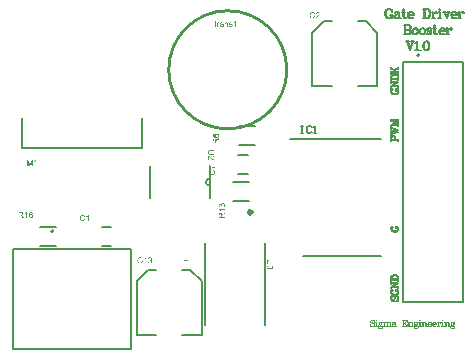
<source format=gto>
G04*
G04 #@! TF.GenerationSoftware,Altium Limited,Altium Designer,22.5.1 (42)*
G04*
G04 Layer_Color=65535*
%FSLAX25Y25*%
%MOIN*%
G70*
G04*
G04 #@! TF.SameCoordinates,55109760-4B7D-4162-96C6-5D1F9AFAF14A*
G04*
G04*
G04 #@! TF.FilePolarity,Positive*
G04*
G01*
G75*
%ADD10C,0.00787*%
%ADD11C,0.00600*%
%ADD12C,0.01000*%
%ADD13C,0.01181*%
%ADD14C,0.00500*%
%ADD15C,0.00591*%
%ADD16C,0.00400*%
G36*
X117321Y112980D02*
X117874D01*
Y112747D01*
X117321D01*
Y112200D01*
X117091D01*
Y112747D01*
X116544D01*
Y112980D01*
X117091D01*
Y113527D01*
X117321D01*
Y112980D01*
D02*
G37*
G36*
X58621Y30480D02*
X59174D01*
Y30247D01*
X58621D01*
Y29700D01*
X58391D01*
Y30247D01*
X57844D01*
Y30480D01*
X58391D01*
Y31027D01*
X58621D01*
Y30480D01*
D02*
G37*
G36*
X7429Y61889D02*
X7173D01*
Y63574D01*
X6585Y61889D01*
X6346D01*
X5764Y63603D01*
Y61889D01*
X5508D01*
Y63902D01*
X5907D01*
X6384Y62474D01*
Y62471D01*
X6387Y62465D01*
X6390Y62456D01*
X6396Y62442D01*
X6407Y62407D01*
X6422Y62363D01*
X6436Y62314D01*
X6454Y62264D01*
X6469Y62218D01*
X6480Y62177D01*
X6483Y62183D01*
X6486Y62197D01*
X6495Y62223D01*
X6506Y62258D01*
X6521Y62305D01*
X6541Y62360D01*
X6562Y62424D01*
X6588Y62500D01*
X7071Y63902D01*
X7429D01*
Y61889D01*
D02*
G37*
G36*
X8692D02*
X8444D01*
Y63463D01*
X8442Y63460D01*
X8427Y63449D01*
X8410Y63431D01*
X8380Y63411D01*
X8348Y63384D01*
X8308Y63355D01*
X8261Y63323D01*
X8209Y63291D01*
X8206D01*
X8203Y63288D01*
X8185Y63277D01*
X8156Y63262D01*
X8121Y63245D01*
X8081Y63225D01*
X8037Y63204D01*
X7993Y63184D01*
X7950Y63166D01*
Y63405D01*
X7953D01*
X7959Y63411D01*
X7970Y63414D01*
X7985Y63422D01*
X8002Y63431D01*
X8022Y63443D01*
X8072Y63472D01*
X8130Y63504D01*
X8188Y63545D01*
X8249Y63591D01*
X8311Y63641D01*
X8314Y63643D01*
X8316Y63646D01*
X8325Y63655D01*
X8337Y63664D01*
X8363Y63693D01*
X8398Y63728D01*
X8433Y63769D01*
X8471Y63815D01*
X8503Y63862D01*
X8532Y63911D01*
X8692D01*
Y61889D01*
D02*
G37*
G36*
X100744Y113139D02*
X100770Y113136D01*
X100802Y113133D01*
X100834Y113130D01*
X100872Y113121D01*
X100950Y113104D01*
X101038Y113078D01*
X101081Y113060D01*
X101122Y113040D01*
X101163Y113014D01*
X101204Y112988D01*
X101207Y112985D01*
X101212Y112982D01*
X101224Y112973D01*
X101239Y112958D01*
X101253Y112944D01*
X101273Y112924D01*
X101294Y112900D01*
X101317Y112877D01*
X101340Y112848D01*
X101364Y112813D01*
X101390Y112778D01*
X101413Y112740D01*
X101434Y112697D01*
X101457Y112653D01*
X101474Y112606D01*
X101492Y112554D01*
X101230Y112493D01*
Y112496D01*
X101227Y112502D01*
X101221Y112513D01*
X101215Y112528D01*
X101209Y112545D01*
X101201Y112568D01*
X101177Y112615D01*
X101148Y112668D01*
X101113Y112720D01*
X101070Y112769D01*
X101023Y112813D01*
X101017Y112819D01*
X101000Y112830D01*
X100971Y112845D01*
X100933Y112865D01*
X100883Y112883D01*
X100828Y112900D01*
X100761Y112912D01*
X100689Y112915D01*
X100665D01*
X100651Y112912D01*
X100630D01*
X100607Y112909D01*
X100552Y112900D01*
X100491Y112889D01*
X100427Y112868D01*
X100360Y112839D01*
X100299Y112801D01*
X100296D01*
X100293Y112795D01*
X100272Y112781D01*
X100246Y112758D01*
X100214Y112723D01*
X100176Y112679D01*
X100141Y112630D01*
X100109Y112568D01*
X100080Y112502D01*
Y112499D01*
X100077Y112493D01*
X100075Y112484D01*
X100072Y112470D01*
X100066Y112452D01*
X100060Y112432D01*
X100051Y112382D01*
X100040Y112324D01*
X100028Y112260D01*
X100022Y112190D01*
X100019Y112115D01*
Y112112D01*
Y112103D01*
Y112088D01*
Y112071D01*
X100022Y112050D01*
Y112024D01*
X100025Y111995D01*
X100028Y111963D01*
X100037Y111893D01*
X100051Y111818D01*
X100069Y111742D01*
X100092Y111666D01*
Y111663D01*
X100095Y111658D01*
X100101Y111649D01*
X100107Y111634D01*
X100124Y111600D01*
X100150Y111559D01*
X100182Y111512D01*
X100223Y111463D01*
X100269Y111419D01*
X100325Y111378D01*
X100328D01*
X100333Y111375D01*
X100342Y111370D01*
X100354Y111364D01*
X100368Y111358D01*
X100386Y111349D01*
X100427Y111332D01*
X100479Y111314D01*
X100537Y111300D01*
X100601Y111288D01*
X100668Y111285D01*
X100689D01*
X100706Y111288D01*
X100726D01*
X100747Y111291D01*
X100799Y111303D01*
X100860Y111317D01*
X100921Y111340D01*
X100985Y111372D01*
X101017Y111390D01*
X101046Y111413D01*
X101049Y111416D01*
X101052Y111419D01*
X101061Y111428D01*
X101073Y111436D01*
X101084Y111451D01*
X101099Y111469D01*
X101116Y111486D01*
X101131Y111509D01*
X101148Y111536D01*
X101169Y111565D01*
X101186Y111594D01*
X101204Y111629D01*
X101218Y111666D01*
X101233Y111707D01*
X101247Y111751D01*
X101259Y111797D01*
X101527Y111730D01*
Y111727D01*
X101524Y111716D01*
X101518Y111698D01*
X101509Y111675D01*
X101500Y111649D01*
X101489Y111617D01*
X101474Y111582D01*
X101457Y111544D01*
X101416Y111463D01*
X101364Y111381D01*
X101332Y111340D01*
X101300Y111300D01*
X101265Y111265D01*
X101224Y111230D01*
X101221Y111227D01*
X101215Y111221D01*
X101201Y111215D01*
X101186Y111204D01*
X101163Y111189D01*
X101140Y111175D01*
X101108Y111160D01*
X101075Y111145D01*
X101038Y111128D01*
X100997Y111114D01*
X100953Y111099D01*
X100907Y111084D01*
X100857Y111073D01*
X100805Y111067D01*
X100750Y111061D01*
X100691Y111058D01*
X100659D01*
X100636Y111061D01*
X100610D01*
X100578Y111064D01*
X100543Y111070D01*
X100502Y111076D01*
X100418Y111090D01*
X100331Y111114D01*
X100243Y111145D01*
X100203Y111166D01*
X100162Y111189D01*
X100159Y111192D01*
X100153Y111195D01*
X100141Y111204D01*
X100130Y111215D01*
X100112Y111227D01*
X100092Y111244D01*
X100069Y111265D01*
X100045Y111288D01*
X100022Y111314D01*
X99996Y111340D01*
X99944Y111407D01*
X99894Y111486D01*
X99850Y111573D01*
Y111576D01*
X99845Y111585D01*
X99842Y111600D01*
X99833Y111617D01*
X99827Y111640D01*
X99818Y111669D01*
X99807Y111701D01*
X99798Y111736D01*
X99789Y111774D01*
X99778Y111818D01*
X99763Y111908D01*
X99752Y112010D01*
X99746Y112115D01*
Y112118D01*
Y112129D01*
Y112147D01*
X99749Y112167D01*
Y112196D01*
X99752Y112225D01*
X99754Y112263D01*
X99760Y112301D01*
X99775Y112385D01*
X99795Y112478D01*
X99824Y112571D01*
X99865Y112662D01*
X99868Y112664D01*
X99871Y112673D01*
X99877Y112685D01*
X99888Y112699D01*
X99900Y112720D01*
X99914Y112743D01*
X99952Y112795D01*
X100002Y112854D01*
X100060Y112912D01*
X100127Y112970D01*
X100205Y113020D01*
X100208Y113022D01*
X100217Y113025D01*
X100229Y113031D01*
X100243Y113040D01*
X100267Y113049D01*
X100290Y113057D01*
X100319Y113069D01*
X100351Y113081D01*
X100386Y113092D01*
X100424Y113104D01*
X100505Y113121D01*
X100598Y113136D01*
X100694Y113142D01*
X100723D01*
X100744Y113139D01*
D02*
G37*
G36*
X102469Y113113D02*
X102493Y113110D01*
X102522Y113107D01*
X102554Y113101D01*
X102586Y113095D01*
X102662Y113075D01*
X102737Y113046D01*
X102775Y113028D01*
X102813Y113008D01*
X102848Y112982D01*
X102880Y112953D01*
X102883Y112950D01*
X102889Y112947D01*
X102894Y112935D01*
X102906Y112924D01*
X102920Y112909D01*
X102935Y112889D01*
X102950Y112868D01*
X102967Y112842D01*
X102996Y112787D01*
X103025Y112717D01*
X103037Y112682D01*
X103043Y112641D01*
X103049Y112601D01*
X103051Y112557D01*
Y112551D01*
Y112537D01*
X103049Y112513D01*
X103046Y112481D01*
X103040Y112446D01*
X103028Y112406D01*
X103016Y112362D01*
X102999Y112318D01*
X102996Y112312D01*
X102990Y112298D01*
X102979Y112275D01*
X102961Y112243D01*
X102938Y112208D01*
X102909Y112164D01*
X102874Y112120D01*
X102833Y112071D01*
X102827Y112065D01*
X102813Y112048D01*
X102798Y112033D01*
X102784Y112019D01*
X102766Y112001D01*
X102743Y111978D01*
X102720Y111954D01*
X102691Y111928D01*
X102662Y111899D01*
X102627Y111867D01*
X102589Y111835D01*
X102548Y111797D01*
X102501Y111759D01*
X102455Y111719D01*
X102452Y111716D01*
X102446Y111710D01*
X102435Y111701D01*
X102420Y111690D01*
X102402Y111672D01*
X102382Y111655D01*
X102336Y111617D01*
X102286Y111573D01*
X102240Y111530D01*
X102199Y111492D01*
X102181Y111477D01*
X102167Y111463D01*
X102164Y111460D01*
X102155Y111451D01*
X102144Y111439D01*
X102129Y111422D01*
X102114Y111402D01*
X102097Y111381D01*
X102062Y111332D01*
X103054D01*
Y111093D01*
X101719D01*
Y111096D01*
Y111108D01*
Y111125D01*
X101722Y111148D01*
X101725Y111175D01*
X101730Y111204D01*
X101736Y111233D01*
X101748Y111265D01*
Y111268D01*
X101751Y111271D01*
X101757Y111288D01*
X101768Y111314D01*
X101786Y111349D01*
X101809Y111390D01*
X101838Y111436D01*
X101870Y111483D01*
X101911Y111532D01*
Y111536D01*
X101917Y111538D01*
X101931Y111556D01*
X101957Y111582D01*
X101995Y111620D01*
X102039Y111663D01*
X102094Y111716D01*
X102161Y111774D01*
X102234Y111835D01*
X102237Y111838D01*
X102248Y111847D01*
X102266Y111861D01*
X102286Y111879D01*
X102312Y111902D01*
X102344Y111928D01*
X102376Y111957D01*
X102414Y111989D01*
X102487Y112059D01*
X102560Y112129D01*
X102595Y112164D01*
X102627Y112199D01*
X102656Y112231D01*
X102679Y112263D01*
Y112266D01*
X102685Y112269D01*
X102691Y112277D01*
X102696Y112289D01*
X102717Y112321D01*
X102740Y112359D01*
X102760Y112406D01*
X102781Y112455D01*
X102792Y112510D01*
X102798Y112563D01*
Y112566D01*
Y112568D01*
X102795Y112586D01*
X102792Y112615D01*
X102784Y112647D01*
X102772Y112688D01*
X102752Y112729D01*
X102726Y112769D01*
X102691Y112810D01*
X102685Y112816D01*
X102670Y112828D01*
X102650Y112842D01*
X102618Y112862D01*
X102577Y112880D01*
X102531Y112897D01*
X102475Y112909D01*
X102414Y112912D01*
X102397D01*
X102385Y112909D01*
X102350Y112906D01*
X102309Y112897D01*
X102266Y112886D01*
X102216Y112865D01*
X102170Y112839D01*
X102126Y112804D01*
X102120Y112798D01*
X102109Y112784D01*
X102091Y112761D01*
X102074Y112726D01*
X102053Y112685D01*
X102036Y112633D01*
X102024Y112574D01*
X102018Y112507D01*
X101765Y112534D01*
Y112537D01*
X101768Y112545D01*
Y112560D01*
X101771Y112580D01*
X101777Y112603D01*
X101783Y112630D01*
X101791Y112662D01*
X101800Y112694D01*
X101823Y112764D01*
X101858Y112833D01*
X101879Y112868D01*
X101905Y112903D01*
X101931Y112935D01*
X101960Y112964D01*
X101963Y112967D01*
X101969Y112970D01*
X101978Y112979D01*
X101992Y112988D01*
X102010Y112999D01*
X102030Y113011D01*
X102053Y113025D01*
X102082Y113040D01*
X102114Y113055D01*
X102149Y113069D01*
X102187Y113081D01*
X102228Y113092D01*
X102272Y113101D01*
X102318Y113110D01*
X102368Y113113D01*
X102420Y113116D01*
X102449D01*
X102469Y113113D01*
D02*
G37*
G36*
X66329Y62162D02*
X66335Y62156D01*
X66347Y62144D01*
X66364Y62133D01*
X66384Y62115D01*
X66408Y62092D01*
X66437Y62068D01*
X66472Y62042D01*
X66506Y62016D01*
X66547Y61984D01*
X66594Y61952D01*
X66640Y61920D01*
X66693Y61885D01*
X66748Y61850D01*
X66809Y61815D01*
X66870Y61780D01*
X66873Y61778D01*
X66885Y61772D01*
X66902Y61763D01*
X66928Y61748D01*
X66961Y61734D01*
X66995Y61716D01*
X67036Y61696D01*
X67083Y61676D01*
X67135Y61652D01*
X67188Y61626D01*
X67246Y61603D01*
X67307Y61580D01*
X67432Y61533D01*
X67566Y61489D01*
X67569D01*
X67577Y61487D01*
X67592Y61484D01*
X67609Y61478D01*
X67633Y61472D01*
X67662Y61466D01*
X67694Y61457D01*
X67729Y61452D01*
X67769Y61443D01*
X67813Y61434D01*
X67906Y61420D01*
X68008Y61405D01*
X68119Y61396D01*
Y61143D01*
X68116D01*
X68107D01*
X68095D01*
X68078Y61146D01*
X68055D01*
X68025Y61149D01*
X67993Y61152D01*
X67959Y61155D01*
X67918Y61161D01*
X67877Y61166D01*
X67828Y61175D01*
X67778Y61184D01*
X67726Y61193D01*
X67668Y61204D01*
X67548Y61233D01*
X67545D01*
X67534Y61236D01*
X67516Y61242D01*
X67490Y61251D01*
X67461Y61260D01*
X67426Y61271D01*
X67385Y61283D01*
X67342Y61300D01*
X67292Y61318D01*
X67243Y61335D01*
X67132Y61379D01*
X67016Y61431D01*
X66899Y61489D01*
X66896Y61492D01*
X66885Y61498D01*
X66870Y61507D01*
X66847Y61519D01*
X66821Y61533D01*
X66789Y61553D01*
X66754Y61574D01*
X66716Y61597D01*
X66632Y61652D01*
X66544Y61711D01*
X66454Y61778D01*
X66370Y61847D01*
Y60861D01*
X66131D01*
Y62164D01*
X66326D01*
X66329Y62162D01*
D02*
G37*
G36*
X67496Y60614D02*
X67513Y60608D01*
X67537Y60599D01*
X67563Y60590D01*
X67595Y60579D01*
X67630Y60564D01*
X67668Y60547D01*
X67749Y60506D01*
X67831Y60453D01*
X67871Y60421D01*
X67912Y60389D01*
X67947Y60355D01*
X67982Y60314D01*
X67985Y60311D01*
X67991Y60305D01*
X67996Y60290D01*
X68008Y60276D01*
X68023Y60253D01*
X68037Y60229D01*
X68052Y60197D01*
X68066Y60165D01*
X68084Y60128D01*
X68098Y60087D01*
X68113Y60043D01*
X68127Y59997D01*
X68139Y59947D01*
X68145Y59895D01*
X68151Y59839D01*
X68154Y59781D01*
Y59749D01*
X68151Y59726D01*
Y59700D01*
X68148Y59668D01*
X68142Y59633D01*
X68136Y59592D01*
X68122Y59508D01*
X68098Y59420D01*
X68066Y59333D01*
X68046Y59292D01*
X68023Y59252D01*
X68020Y59249D01*
X68017Y59243D01*
X68008Y59231D01*
X67996Y59220D01*
X67985Y59202D01*
X67967Y59182D01*
X67947Y59158D01*
X67924Y59135D01*
X67897Y59112D01*
X67871Y59086D01*
X67804Y59033D01*
X67726Y58984D01*
X67638Y58940D01*
X67636D01*
X67627Y58934D01*
X67612Y58931D01*
X67595Y58923D01*
X67572Y58917D01*
X67542Y58908D01*
X67510Y58897D01*
X67475Y58888D01*
X67438Y58879D01*
X67394Y58868D01*
X67304Y58853D01*
X67202Y58841D01*
X67097Y58836D01*
X67094D01*
X67083D01*
X67065D01*
X67045Y58838D01*
X67016D01*
X66987Y58841D01*
X66949Y58844D01*
X66911Y58850D01*
X66827Y58865D01*
X66733Y58885D01*
X66640Y58914D01*
X66550Y58955D01*
X66547Y58958D01*
X66539Y58961D01*
X66527Y58966D01*
X66512Y58978D01*
X66492Y58990D01*
X66469Y59004D01*
X66416Y59042D01*
X66358Y59092D01*
X66300Y59150D01*
X66242Y59217D01*
X66192Y59295D01*
X66189Y59298D01*
X66186Y59307D01*
X66181Y59319D01*
X66172Y59333D01*
X66163Y59356D01*
X66154Y59380D01*
X66143Y59409D01*
X66131Y59441D01*
X66119Y59476D01*
X66108Y59513D01*
X66090Y59595D01*
X66076Y59688D01*
X66070Y59784D01*
Y59813D01*
X66073Y59834D01*
X66076Y59860D01*
X66079Y59892D01*
X66082Y59924D01*
X66090Y59962D01*
X66108Y60040D01*
X66134Y60128D01*
X66151Y60171D01*
X66172Y60212D01*
X66198Y60253D01*
X66224Y60293D01*
X66227Y60296D01*
X66230Y60302D01*
X66239Y60314D01*
X66253Y60328D01*
X66268Y60343D01*
X66288Y60363D01*
X66312Y60384D01*
X66335Y60407D01*
X66364Y60430D01*
X66399Y60453D01*
X66434Y60480D01*
X66472Y60503D01*
X66515Y60523D01*
X66559Y60547D01*
X66606Y60564D01*
X66658Y60581D01*
X66719Y60320D01*
X66716D01*
X66710Y60317D01*
X66699Y60311D01*
X66684Y60305D01*
X66667Y60299D01*
X66643Y60290D01*
X66597Y60267D01*
X66544Y60238D01*
X66492Y60203D01*
X66443Y60159D01*
X66399Y60113D01*
X66393Y60107D01*
X66381Y60090D01*
X66367Y60061D01*
X66347Y60023D01*
X66329Y59973D01*
X66312Y59918D01*
X66300Y59851D01*
X66297Y59778D01*
Y59755D01*
X66300Y59741D01*
Y59720D01*
X66303Y59697D01*
X66312Y59641D01*
X66323Y59580D01*
X66344Y59516D01*
X66373Y59449D01*
X66410Y59388D01*
Y59386D01*
X66416Y59383D01*
X66431Y59362D01*
X66454Y59336D01*
X66489Y59304D01*
X66533Y59266D01*
X66582Y59231D01*
X66643Y59199D01*
X66710Y59170D01*
X66713D01*
X66719Y59167D01*
X66728Y59164D01*
X66742Y59161D01*
X66760Y59156D01*
X66780Y59150D01*
X66830Y59141D01*
X66888Y59129D01*
X66952Y59118D01*
X67022Y59112D01*
X67097Y59109D01*
X67100D01*
X67109D01*
X67123D01*
X67141D01*
X67161Y59112D01*
X67188D01*
X67217Y59115D01*
X67249Y59118D01*
X67318Y59127D01*
X67394Y59141D01*
X67470Y59158D01*
X67545Y59182D01*
X67548D01*
X67554Y59185D01*
X67563Y59190D01*
X67577Y59196D01*
X67612Y59214D01*
X67653Y59240D01*
X67700Y59272D01*
X67749Y59313D01*
X67793Y59359D01*
X67834Y59415D01*
Y59417D01*
X67836Y59423D01*
X67842Y59432D01*
X67848Y59444D01*
X67854Y59458D01*
X67863Y59476D01*
X67880Y59516D01*
X67897Y59569D01*
X67912Y59627D01*
X67924Y59691D01*
X67927Y59758D01*
Y59778D01*
X67924Y59796D01*
Y59816D01*
X67921Y59837D01*
X67909Y59889D01*
X67895Y59950D01*
X67871Y60011D01*
X67839Y60075D01*
X67822Y60107D01*
X67799Y60136D01*
X67796Y60139D01*
X67793Y60142D01*
X67784Y60151D01*
X67775Y60162D01*
X67761Y60174D01*
X67743Y60189D01*
X67726Y60206D01*
X67703Y60221D01*
X67676Y60238D01*
X67647Y60259D01*
X67618Y60276D01*
X67583Y60293D01*
X67545Y60308D01*
X67505Y60322D01*
X67461Y60337D01*
X67414Y60349D01*
X67481Y60616D01*
X67484D01*
X67496Y60614D01*
D02*
G37*
G36*
X24129Y45539D02*
X24155Y45536D01*
X24187Y45533D01*
X24219Y45530D01*
X24257Y45521D01*
X24335Y45504D01*
X24422Y45478D01*
X24466Y45460D01*
X24507Y45440D01*
X24548Y45414D01*
X24588Y45388D01*
X24591Y45385D01*
X24597Y45382D01*
X24609Y45373D01*
X24623Y45358D01*
X24638Y45344D01*
X24658Y45324D01*
X24679Y45300D01*
X24702Y45277D01*
X24725Y45248D01*
X24748Y45213D01*
X24775Y45178D01*
X24798Y45140D01*
X24818Y45097D01*
X24841Y45053D01*
X24859Y45006D01*
X24876Y44954D01*
X24614Y44893D01*
Y44896D01*
X24612Y44902D01*
X24606Y44913D01*
X24600Y44928D01*
X24594Y44945D01*
X24586Y44969D01*
X24562Y45015D01*
X24533Y45068D01*
X24498Y45120D01*
X24454Y45169D01*
X24408Y45213D01*
X24402Y45219D01*
X24385Y45230D01*
X24356Y45245D01*
X24318Y45265D01*
X24268Y45283D01*
X24213Y45300D01*
X24146Y45312D01*
X24073Y45315D01*
X24050D01*
X24035Y45312D01*
X24015D01*
X23992Y45309D01*
X23936Y45300D01*
X23875Y45289D01*
X23811Y45268D01*
X23744Y45239D01*
X23683Y45201D01*
X23680D01*
X23677Y45195D01*
X23657Y45181D01*
X23631Y45158D01*
X23599Y45123D01*
X23561Y45079D01*
X23526Y45030D01*
X23494Y44969D01*
X23465Y44902D01*
Y44899D01*
X23462Y44893D01*
X23459Y44884D01*
X23456Y44870D01*
X23451Y44852D01*
X23445Y44832D01*
X23436Y44782D01*
X23424Y44724D01*
X23413Y44660D01*
X23407Y44590D01*
X23404Y44515D01*
Y44512D01*
Y44503D01*
Y44488D01*
Y44471D01*
X23407Y44451D01*
Y44424D01*
X23410Y44395D01*
X23413Y44363D01*
X23421Y44293D01*
X23436Y44218D01*
X23453Y44142D01*
X23477Y44066D01*
Y44063D01*
X23480Y44058D01*
X23485Y44049D01*
X23491Y44034D01*
X23509Y43999D01*
X23535Y43959D01*
X23567Y43912D01*
X23608Y43863D01*
X23654Y43819D01*
X23709Y43778D01*
X23712D01*
X23718Y43775D01*
X23727Y43770D01*
X23739Y43764D01*
X23753Y43758D01*
X23771Y43749D01*
X23811Y43732D01*
X23864Y43714D01*
X23922Y43700D01*
X23986Y43688D01*
X24053Y43685D01*
X24073D01*
X24091Y43688D01*
X24111D01*
X24132Y43691D01*
X24184Y43703D01*
X24245Y43717D01*
X24306Y43740D01*
X24370Y43773D01*
X24402Y43790D01*
X24431Y43813D01*
X24434Y43816D01*
X24437Y43819D01*
X24446Y43828D01*
X24457Y43837D01*
X24469Y43851D01*
X24484Y43868D01*
X24501Y43886D01*
X24516Y43909D01*
X24533Y43935D01*
X24553Y43965D01*
X24571Y43994D01*
X24588Y44029D01*
X24603Y44066D01*
X24618Y44107D01*
X24632Y44151D01*
X24644Y44197D01*
X24911Y44130D01*
Y44128D01*
X24908Y44116D01*
X24903Y44098D01*
X24894Y44075D01*
X24885Y44049D01*
X24873Y44017D01*
X24859Y43982D01*
X24841Y43944D01*
X24801Y43863D01*
X24748Y43781D01*
X24716Y43740D01*
X24684Y43700D01*
X24649Y43665D01*
X24609Y43630D01*
X24606Y43627D01*
X24600Y43621D01*
X24586Y43615D01*
X24571Y43604D01*
X24548Y43589D01*
X24524Y43575D01*
X24492Y43560D01*
X24460Y43545D01*
X24422Y43528D01*
X24382Y43514D01*
X24338Y43499D01*
X24292Y43484D01*
X24242Y43473D01*
X24190Y43467D01*
X24134Y43461D01*
X24076Y43458D01*
X24044D01*
X24021Y43461D01*
X23995D01*
X23963Y43464D01*
X23928Y43470D01*
X23887Y43476D01*
X23803Y43490D01*
X23715Y43514D01*
X23628Y43545D01*
X23587Y43566D01*
X23547Y43589D01*
X23544Y43592D01*
X23538Y43595D01*
X23526Y43604D01*
X23515Y43615D01*
X23497Y43627D01*
X23477Y43644D01*
X23453Y43665D01*
X23430Y43688D01*
X23407Y43714D01*
X23381Y43740D01*
X23328Y43807D01*
X23279Y43886D01*
X23235Y43973D01*
Y43976D01*
X23229Y43985D01*
X23226Y43999D01*
X23218Y44017D01*
X23212Y44040D01*
X23203Y44069D01*
X23192Y44101D01*
X23183Y44136D01*
X23174Y44174D01*
X23163Y44218D01*
X23148Y44308D01*
X23136Y44410D01*
X23130Y44515D01*
Y44517D01*
Y44529D01*
Y44547D01*
X23133Y44567D01*
Y44596D01*
X23136Y44625D01*
X23139Y44663D01*
X23145Y44701D01*
X23159Y44785D01*
X23180Y44878D01*
X23209Y44971D01*
X23250Y45062D01*
X23253Y45064D01*
X23256Y45073D01*
X23261Y45085D01*
X23273Y45099D01*
X23285Y45120D01*
X23299Y45143D01*
X23337Y45195D01*
X23386Y45254D01*
X23445Y45312D01*
X23512Y45370D01*
X23590Y45420D01*
X23593Y45423D01*
X23602Y45425D01*
X23614Y45431D01*
X23628Y45440D01*
X23651Y45449D01*
X23675Y45457D01*
X23704Y45469D01*
X23736Y45481D01*
X23771Y45492D01*
X23809Y45504D01*
X23890Y45521D01*
X23983Y45536D01*
X24079Y45542D01*
X24108D01*
X24129Y45539D01*
D02*
G37*
G36*
X26070Y43493D02*
X25822D01*
Y45068D01*
X25819Y45064D01*
X25805Y45053D01*
X25787Y45035D01*
X25758Y45015D01*
X25726Y44989D01*
X25685Y44960D01*
X25639Y44928D01*
X25587Y44896D01*
X25584D01*
X25581Y44893D01*
X25563Y44881D01*
X25534Y44867D01*
X25499Y44849D01*
X25458Y44829D01*
X25415Y44809D01*
X25371Y44788D01*
X25328Y44771D01*
Y45009D01*
X25330D01*
X25336Y45015D01*
X25348Y45018D01*
X25362Y45027D01*
X25380Y45035D01*
X25400Y45047D01*
X25450Y45076D01*
X25508Y45108D01*
X25566Y45149D01*
X25627Y45195D01*
X25688Y45245D01*
X25691Y45248D01*
X25694Y45251D01*
X25703Y45259D01*
X25714Y45268D01*
X25741Y45297D01*
X25776Y45332D01*
X25811Y45373D01*
X25848Y45420D01*
X25880Y45466D01*
X25910Y45516D01*
X26070D01*
Y43493D01*
D02*
G37*
G36*
X43351Y31439D02*
X43377Y31436D01*
X43409Y31433D01*
X43441Y31430D01*
X43479Y31421D01*
X43557Y31404D01*
X43645Y31378D01*
X43688Y31360D01*
X43729Y31340D01*
X43770Y31314D01*
X43811Y31288D01*
X43813Y31285D01*
X43819Y31282D01*
X43831Y31273D01*
X43845Y31258D01*
X43860Y31244D01*
X43880Y31223D01*
X43901Y31200D01*
X43924Y31177D01*
X43947Y31148D01*
X43971Y31113D01*
X43997Y31078D01*
X44020Y31040D01*
X44041Y30997D01*
X44064Y30953D01*
X44081Y30906D01*
X44099Y30854D01*
X43837Y30793D01*
Y30796D01*
X43834Y30802D01*
X43828Y30813D01*
X43822Y30828D01*
X43816Y30845D01*
X43808Y30869D01*
X43784Y30915D01*
X43755Y30968D01*
X43720Y31020D01*
X43677Y31069D01*
X43630Y31113D01*
X43624Y31119D01*
X43607Y31130D01*
X43578Y31145D01*
X43540Y31165D01*
X43490Y31183D01*
X43435Y31200D01*
X43368Y31212D01*
X43295Y31215D01*
X43272D01*
X43258Y31212D01*
X43237D01*
X43214Y31209D01*
X43159Y31200D01*
X43098Y31189D01*
X43034Y31168D01*
X42967Y31139D01*
X42906Y31101D01*
X42903D01*
X42900Y31095D01*
X42879Y31081D01*
X42853Y31058D01*
X42821Y31023D01*
X42783Y30979D01*
X42748Y30930D01*
X42716Y30869D01*
X42687Y30802D01*
Y30799D01*
X42684Y30793D01*
X42682Y30784D01*
X42679Y30770D01*
X42673Y30752D01*
X42667Y30732D01*
X42658Y30682D01*
X42647Y30624D01*
X42635Y30560D01*
X42629Y30490D01*
X42626Y30415D01*
Y30412D01*
Y30403D01*
Y30388D01*
Y30371D01*
X42629Y30351D01*
Y30324D01*
X42632Y30295D01*
X42635Y30263D01*
X42644Y30193D01*
X42658Y30118D01*
X42676Y30042D01*
X42699Y29966D01*
Y29963D01*
X42702Y29958D01*
X42708Y29949D01*
X42713Y29934D01*
X42731Y29899D01*
X42757Y29859D01*
X42789Y29812D01*
X42830Y29763D01*
X42876Y29719D01*
X42932Y29678D01*
X42935D01*
X42941Y29675D01*
X42949Y29670D01*
X42961Y29664D01*
X42975Y29658D01*
X42993Y29649D01*
X43034Y29632D01*
X43086Y29614D01*
X43144Y29600D01*
X43208Y29588D01*
X43275Y29585D01*
X43295D01*
X43313Y29588D01*
X43333D01*
X43354Y29591D01*
X43406Y29603D01*
X43467Y29617D01*
X43528Y29640D01*
X43592Y29673D01*
X43624Y29690D01*
X43654Y29713D01*
X43656Y29716D01*
X43659Y29719D01*
X43668Y29728D01*
X43680Y29737D01*
X43691Y29751D01*
X43706Y29768D01*
X43723Y29786D01*
X43738Y29809D01*
X43755Y29836D01*
X43776Y29865D01*
X43793Y29894D01*
X43811Y29929D01*
X43825Y29966D01*
X43840Y30007D01*
X43854Y30051D01*
X43866Y30097D01*
X44134Y30030D01*
Y30027D01*
X44131Y30016D01*
X44125Y29998D01*
X44116Y29975D01*
X44107Y29949D01*
X44096Y29917D01*
X44081Y29882D01*
X44064Y29844D01*
X44023Y29763D01*
X43971Y29681D01*
X43939Y29640D01*
X43907Y29600D01*
X43872Y29565D01*
X43831Y29530D01*
X43828Y29527D01*
X43822Y29521D01*
X43808Y29515D01*
X43793Y29504D01*
X43770Y29489D01*
X43747Y29475D01*
X43715Y29460D01*
X43683Y29445D01*
X43645Y29428D01*
X43604Y29414D01*
X43560Y29399D01*
X43514Y29384D01*
X43464Y29373D01*
X43412Y29367D01*
X43357Y29361D01*
X43298Y29358D01*
X43266D01*
X43243Y29361D01*
X43217D01*
X43185Y29364D01*
X43150Y29370D01*
X43109Y29376D01*
X43025Y29390D01*
X42938Y29414D01*
X42850Y29445D01*
X42810Y29466D01*
X42769Y29489D01*
X42766Y29492D01*
X42760Y29495D01*
X42748Y29504D01*
X42737Y29515D01*
X42719Y29527D01*
X42699Y29544D01*
X42676Y29565D01*
X42652Y29588D01*
X42629Y29614D01*
X42603Y29640D01*
X42551Y29707D01*
X42501Y29786D01*
X42458Y29873D01*
Y29876D01*
X42452Y29885D01*
X42449Y29899D01*
X42440Y29917D01*
X42434Y29940D01*
X42425Y29969D01*
X42414Y30001D01*
X42405Y30036D01*
X42396Y30074D01*
X42385Y30118D01*
X42370Y30208D01*
X42358Y30310D01*
X42353Y30415D01*
Y30417D01*
Y30429D01*
Y30447D01*
X42356Y30467D01*
Y30496D01*
X42358Y30525D01*
X42361Y30563D01*
X42367Y30601D01*
X42382Y30685D01*
X42402Y30778D01*
X42431Y30871D01*
X42472Y30962D01*
X42475Y30964D01*
X42478Y30973D01*
X42484Y30985D01*
X42495Y30999D01*
X42507Y31020D01*
X42522Y31043D01*
X42559Y31095D01*
X42609Y31154D01*
X42667Y31212D01*
X42734Y31270D01*
X42812Y31320D01*
X42815Y31323D01*
X42824Y31325D01*
X42836Y31331D01*
X42850Y31340D01*
X42874Y31349D01*
X42897Y31357D01*
X42926Y31369D01*
X42958Y31381D01*
X42993Y31392D01*
X43031Y31404D01*
X43112Y31421D01*
X43205Y31436D01*
X43301Y31442D01*
X43330D01*
X43351Y31439D01*
D02*
G37*
G36*
X46619Y31413D02*
X46657Y31407D01*
X46703Y31398D01*
X46755Y31384D01*
X46808Y31366D01*
X46860Y31343D01*
X46863D01*
X46866Y31340D01*
X46884Y31331D01*
X46910Y31314D01*
X46939Y31293D01*
X46974Y31264D01*
X47009Y31232D01*
X47044Y31194D01*
X47073Y31151D01*
X47076Y31145D01*
X47084Y31130D01*
X47096Y31104D01*
X47111Y31072D01*
X47125Y31034D01*
X47137Y30991D01*
X47146Y30941D01*
X47148Y30892D01*
Y30886D01*
Y30869D01*
X47146Y30845D01*
X47140Y30813D01*
X47131Y30775D01*
X47116Y30735D01*
X47099Y30694D01*
X47076Y30653D01*
X47073Y30647D01*
X47064Y30636D01*
X47047Y30615D01*
X47023Y30592D01*
X46994Y30566D01*
X46959Y30537D01*
X46918Y30511D01*
X46869Y30484D01*
X46872D01*
X46878Y30481D01*
X46887Y30479D01*
X46898Y30476D01*
X46930Y30464D01*
X46971Y30447D01*
X47017Y30423D01*
X47064Y30394D01*
X47108Y30356D01*
X47148Y30313D01*
X47151Y30307D01*
X47163Y30289D01*
X47180Y30260D01*
X47198Y30222D01*
X47215Y30176D01*
X47233Y30121D01*
X47244Y30057D01*
X47247Y29987D01*
Y29984D01*
Y29975D01*
Y29961D01*
X47244Y29943D01*
X47242Y29920D01*
X47236Y29894D01*
X47230Y29865D01*
X47224Y29833D01*
X47201Y29763D01*
X47183Y29725D01*
X47166Y29690D01*
X47142Y29652D01*
X47116Y29614D01*
X47087Y29577D01*
X47052Y29542D01*
X47049Y29539D01*
X47044Y29533D01*
X47032Y29524D01*
X47017Y29513D01*
X47000Y29498D01*
X46977Y29483D01*
X46951Y29466D01*
X46918Y29451D01*
X46887Y29434D01*
X46849Y29416D01*
X46811Y29402D01*
X46767Y29387D01*
X46721Y29376D01*
X46671Y29367D01*
X46622Y29361D01*
X46566Y29358D01*
X46540D01*
X46523Y29361D01*
X46499Y29364D01*
X46473Y29367D01*
X46444Y29373D01*
X46412Y29379D01*
X46342Y29396D01*
X46270Y29425D01*
X46232Y29443D01*
X46197Y29463D01*
X46162Y29489D01*
X46127Y29515D01*
X46124Y29518D01*
X46118Y29524D01*
X46110Y29533D01*
X46101Y29544D01*
X46086Y29559D01*
X46072Y29579D01*
X46054Y29600D01*
X46037Y29626D01*
X46019Y29655D01*
X46002Y29684D01*
X45970Y29754D01*
X45944Y29836D01*
X45935Y29879D01*
X45929Y29926D01*
X46176Y29958D01*
Y29955D01*
X46179Y29949D01*
X46182Y29937D01*
X46185Y29923D01*
X46188Y29905D01*
X46194Y29885D01*
X46208Y29841D01*
X46229Y29789D01*
X46255Y29739D01*
X46284Y29693D01*
X46319Y29652D01*
X46325Y29649D01*
X46336Y29638D01*
X46360Y29623D01*
X46389Y29609D01*
X46424Y29591D01*
X46467Y29577D01*
X46517Y29565D01*
X46569Y29562D01*
X46587D01*
X46598Y29565D01*
X46630Y29568D01*
X46671Y29577D01*
X46718Y29591D01*
X46767Y29611D01*
X46817Y29640D01*
X46863Y29681D01*
X46869Y29687D01*
X46884Y29704D01*
X46901Y29731D01*
X46924Y29766D01*
X46948Y29809D01*
X46965Y29859D01*
X46980Y29917D01*
X46985Y29981D01*
Y29984D01*
Y29990D01*
Y29998D01*
X46982Y30010D01*
X46980Y30042D01*
X46971Y30080D01*
X46959Y30127D01*
X46939Y30173D01*
X46910Y30220D01*
X46872Y30263D01*
X46866Y30269D01*
X46852Y30281D01*
X46828Y30298D01*
X46796Y30318D01*
X46755Y30339D01*
X46706Y30356D01*
X46651Y30368D01*
X46590Y30374D01*
X46564D01*
X46543Y30371D01*
X46517Y30368D01*
X46488Y30362D01*
X46453Y30356D01*
X46415Y30348D01*
X46444Y30566D01*
X46459D01*
X46470Y30563D01*
X46508D01*
X46540Y30569D01*
X46578Y30575D01*
X46622Y30583D01*
X46671Y30598D01*
X46718Y30618D01*
X46767Y30644D01*
X46770D01*
X46773Y30647D01*
X46788Y30659D01*
X46808Y30679D01*
X46831Y30705D01*
X46854Y30743D01*
X46875Y30787D01*
X46889Y30836D01*
X46895Y30866D01*
Y30898D01*
Y30900D01*
Y30903D01*
Y30921D01*
X46889Y30944D01*
X46884Y30976D01*
X46872Y31011D01*
X46857Y31049D01*
X46834Y31087D01*
X46802Y31122D01*
X46799Y31125D01*
X46785Y31136D01*
X46764Y31151D01*
X46738Y31168D01*
X46703Y31183D01*
X46662Y31197D01*
X46616Y31209D01*
X46564Y31212D01*
X46540D01*
X46514Y31206D01*
X46479Y31200D01*
X46441Y31189D01*
X46403Y31174D01*
X46363Y31151D01*
X46325Y31122D01*
X46322Y31119D01*
X46310Y31104D01*
X46293Y31084D01*
X46273Y31055D01*
X46252Y31017D01*
X46232Y30970D01*
X46214Y30915D01*
X46203Y30851D01*
X45955Y30895D01*
Y30898D01*
X45958Y30906D01*
X45961Y30918D01*
X45964Y30935D01*
X45970Y30956D01*
X45979Y30979D01*
X45996Y31034D01*
X46025Y31098D01*
X46060Y31162D01*
X46104Y31223D01*
X46159Y31279D01*
X46162Y31282D01*
X46168Y31285D01*
X46176Y31291D01*
X46188Y31299D01*
X46203Y31311D01*
X46223Y31323D01*
X46243Y31334D01*
X46270Y31349D01*
X46328Y31372D01*
X46395Y31395D01*
X46473Y31410D01*
X46514Y31416D01*
X46587D01*
X46619Y31413D01*
D02*
G37*
G36*
X45292Y29393D02*
X45044D01*
Y30968D01*
X45041Y30964D01*
X45027Y30953D01*
X45009Y30935D01*
X44980Y30915D01*
X44948Y30889D01*
X44908Y30860D01*
X44861Y30828D01*
X44809Y30796D01*
X44806D01*
X44803Y30793D01*
X44785Y30781D01*
X44756Y30767D01*
X44721Y30749D01*
X44681Y30729D01*
X44637Y30709D01*
X44593Y30688D01*
X44550Y30671D01*
Y30909D01*
X44553D01*
X44559Y30915D01*
X44570Y30918D01*
X44585Y30927D01*
X44602Y30935D01*
X44622Y30947D01*
X44672Y30976D01*
X44730Y31008D01*
X44788Y31049D01*
X44850Y31095D01*
X44911Y31145D01*
X44914Y31148D01*
X44916Y31151D01*
X44925Y31159D01*
X44937Y31168D01*
X44963Y31197D01*
X44998Y31232D01*
X45033Y31273D01*
X45071Y31320D01*
X45103Y31366D01*
X45132Y31416D01*
X45292D01*
Y29393D01*
D02*
G37*
G36*
X68855Y72628D02*
X68878Y72625D01*
X68905Y72622D01*
X68937Y72616D01*
X68968Y72611D01*
X69044Y72593D01*
X69123Y72564D01*
X69164Y72547D01*
X69201Y72523D01*
X69242Y72500D01*
X69280Y72471D01*
X69283Y72468D01*
X69292Y72462D01*
X69303Y72451D01*
X69318Y72436D01*
X69335Y72416D01*
X69358Y72392D01*
X69379Y72363D01*
X69402Y72331D01*
X69425Y72296D01*
X69446Y72256D01*
X69466Y72212D01*
X69486Y72165D01*
X69501Y72116D01*
X69513Y72061D01*
X69521Y72003D01*
X69524Y71941D01*
Y71915D01*
X69521Y71895D01*
X69519Y71872D01*
X69516Y71845D01*
X69513Y71813D01*
X69504Y71781D01*
X69486Y71709D01*
X69460Y71636D01*
X69443Y71598D01*
X69423Y71560D01*
X69399Y71525D01*
X69373Y71490D01*
X69370Y71487D01*
X69367Y71482D01*
X69355Y71476D01*
X69344Y71464D01*
X69329Y71450D01*
X69312Y71435D01*
X69289Y71418D01*
X69262Y71403D01*
X69236Y71386D01*
X69204Y71368D01*
X69134Y71336D01*
X69053Y71310D01*
X69009Y71301D01*
X68963Y71295D01*
X68942Y71554D01*
X68945D01*
X68951D01*
X68960Y71557D01*
X68974Y71560D01*
X69006Y71569D01*
X69050Y71580D01*
X69094Y71598D01*
X69143Y71621D01*
X69187Y71650D01*
X69227Y71685D01*
X69230Y71691D01*
X69242Y71703D01*
X69257Y71726D01*
X69274Y71758D01*
X69292Y71793D01*
X69306Y71837D01*
X69318Y71886D01*
X69321Y71941D01*
Y71959D01*
X69318Y71970D01*
X69315Y72005D01*
X69303Y72046D01*
X69289Y72096D01*
X69265Y72145D01*
X69230Y72198D01*
X69210Y72221D01*
X69187Y72244D01*
X69184Y72247D01*
X69181Y72250D01*
X69172Y72256D01*
X69164Y72264D01*
X69131Y72285D01*
X69091Y72308D01*
X69041Y72328D01*
X68980Y72349D01*
X68907Y72363D01*
X68870Y72369D01*
X68829D01*
X68826D01*
X68820D01*
X68809D01*
X68794Y72366D01*
X68776D01*
X68756Y72363D01*
X68709Y72355D01*
X68654Y72340D01*
X68599Y72320D01*
X68547Y72291D01*
X68497Y72250D01*
X68494D01*
X68491Y72244D01*
X68477Y72229D01*
X68456Y72203D01*
X68433Y72168D01*
X68413Y72122D01*
X68392Y72069D01*
X68378Y72008D01*
X68372Y71973D01*
Y71918D01*
X68375Y71895D01*
X68378Y71866D01*
X68387Y71831D01*
X68395Y71796D01*
X68410Y71758D01*
X68427Y71720D01*
X68430Y71717D01*
X68436Y71706D01*
X68450Y71688D01*
X68465Y71665D01*
X68485Y71642D01*
X68512Y71618D01*
X68538Y71592D01*
X68570Y71572D01*
X68538Y71339D01*
X67502Y71534D01*
Y72535D01*
X67738D01*
Y71729D01*
X68282Y71621D01*
X68279Y71624D01*
X68276Y71630D01*
X68270Y71639D01*
X68261Y71653D01*
X68253Y71671D01*
X68241Y71691D01*
X68218Y71738D01*
X68194Y71796D01*
X68174Y71860D01*
X68160Y71930D01*
X68154Y71965D01*
Y72029D01*
X68157Y72046D01*
X68160Y72069D01*
X68162Y72096D01*
X68168Y72125D01*
X68177Y72157D01*
X68197Y72227D01*
X68212Y72264D01*
X68232Y72302D01*
X68253Y72340D01*
X68276Y72378D01*
X68305Y72413D01*
X68337Y72448D01*
X68340Y72451D01*
X68346Y72456D01*
X68354Y72465D01*
X68369Y72477D01*
X68389Y72491D01*
X68410Y72506D01*
X68436Y72523D01*
X68465Y72541D01*
X68497Y72555D01*
X68532Y72573D01*
X68573Y72587D01*
X68613Y72602D01*
X68657Y72614D01*
X68707Y72622D01*
X68756Y72628D01*
X68809Y72631D01*
X68811D01*
X68820D01*
X68835D01*
X68855Y72628D01*
D02*
G37*
G36*
X69489Y70806D02*
X69070Y70542D01*
X69067D01*
X69062Y70536D01*
X69053Y70530D01*
X69041Y70521D01*
X69009Y70501D01*
X68968Y70475D01*
X68925Y70443D01*
X68878Y70411D01*
X68835Y70379D01*
X68794Y70350D01*
X68791Y70347D01*
X68779Y70338D01*
X68762Y70323D01*
X68742Y70303D01*
X68698Y70259D01*
X68678Y70236D01*
X68660Y70213D01*
X68657Y70210D01*
X68654Y70204D01*
X68648Y70192D01*
X68640Y70175D01*
X68631Y70158D01*
X68622Y70137D01*
X68608Y70091D01*
Y70088D01*
X68605Y70082D01*
Y70070D01*
X68602Y70056D01*
X68599Y70035D01*
Y70012D01*
X68596Y69980D01*
Y69637D01*
X69489D01*
Y69369D01*
X67476D01*
Y70303D01*
X67479Y70326D01*
Y70353D01*
X67481Y70414D01*
X67490Y70478D01*
X67499Y70547D01*
X67514Y70612D01*
X67522Y70644D01*
X67531Y70670D01*
Y70673D01*
X67534Y70675D01*
X67543Y70693D01*
X67554Y70719D01*
X67575Y70751D01*
X67601Y70786D01*
X67636Y70824D01*
X67677Y70859D01*
X67723Y70894D01*
X67726D01*
X67729Y70897D01*
X67746Y70908D01*
X67775Y70920D01*
X67813Y70937D01*
X67857Y70952D01*
X67909Y70967D01*
X67965Y70975D01*
X68026Y70978D01*
X68029D01*
X68034D01*
X68046D01*
X68061Y70975D01*
X68081D01*
X68101Y70972D01*
X68151Y70961D01*
X68209Y70943D01*
X68270Y70920D01*
X68331Y70885D01*
X68360Y70862D01*
X68389Y70838D01*
X68392Y70836D01*
X68395Y70833D01*
X68404Y70824D01*
X68413Y70812D01*
X68424Y70798D01*
X68436Y70780D01*
X68450Y70757D01*
X68468Y70734D01*
X68483Y70705D01*
X68497Y70673D01*
X68515Y70638D01*
X68529Y70600D01*
X68541Y70556D01*
X68555Y70513D01*
X68564Y70463D01*
X68573Y70411D01*
X68576Y70416D01*
X68581Y70428D01*
X68593Y70446D01*
X68605Y70469D01*
X68637Y70521D01*
X68657Y70547D01*
X68675Y70571D01*
X68680Y70577D01*
X68695Y70591D01*
X68718Y70614D01*
X68747Y70644D01*
X68788Y70675D01*
X68832Y70713D01*
X68884Y70751D01*
X68942Y70792D01*
X69489Y71138D01*
Y70806D01*
D02*
G37*
G36*
X70944Y49404D02*
X70967Y49401D01*
X70993Y49395D01*
X71022Y49389D01*
X71054Y49383D01*
X71124Y49360D01*
X71162Y49343D01*
X71197Y49325D01*
X71235Y49302D01*
X71273Y49276D01*
X71310Y49246D01*
X71345Y49212D01*
X71348Y49209D01*
X71354Y49203D01*
X71363Y49191D01*
X71374Y49177D01*
X71389Y49159D01*
X71403Y49136D01*
X71421Y49110D01*
X71436Y49078D01*
X71453Y49046D01*
X71470Y49008D01*
X71485Y48970D01*
X71500Y48926D01*
X71511Y48880D01*
X71520Y48830D01*
X71526Y48781D01*
X71529Y48726D01*
Y48700D01*
X71526Y48682D01*
X71523Y48659D01*
X71520Y48632D01*
X71514Y48603D01*
X71508Y48571D01*
X71491Y48502D01*
X71462Y48429D01*
X71444Y48391D01*
X71424Y48356D01*
X71398Y48321D01*
X71372Y48286D01*
X71369Y48283D01*
X71363Y48278D01*
X71354Y48269D01*
X71342Y48260D01*
X71328Y48245D01*
X71307Y48231D01*
X71287Y48213D01*
X71261Y48196D01*
X71232Y48179D01*
X71203Y48161D01*
X71133Y48129D01*
X71051Y48103D01*
X71008Y48094D01*
X70961Y48088D01*
X70929Y48336D01*
X70932D01*
X70938Y48339D01*
X70950Y48342D01*
X70964Y48344D01*
X70982Y48347D01*
X71002Y48353D01*
X71046Y48368D01*
X71098Y48388D01*
X71148Y48414D01*
X71194Y48443D01*
X71235Y48478D01*
X71238Y48484D01*
X71249Y48496D01*
X71264Y48519D01*
X71278Y48548D01*
X71296Y48583D01*
X71310Y48627D01*
X71322Y48676D01*
X71325Y48729D01*
Y48746D01*
X71322Y48758D01*
X71319Y48790D01*
X71310Y48830D01*
X71296Y48877D01*
X71276Y48926D01*
X71246Y48976D01*
X71206Y49022D01*
X71200Y49028D01*
X71182Y49043D01*
X71156Y49060D01*
X71121Y49084D01*
X71078Y49107D01*
X71028Y49124D01*
X70970Y49139D01*
X70906Y49145D01*
X70903D01*
X70897D01*
X70889D01*
X70877Y49142D01*
X70845Y49139D01*
X70807Y49130D01*
X70760Y49119D01*
X70714Y49098D01*
X70667Y49069D01*
X70624Y49031D01*
X70618Y49025D01*
X70606Y49011D01*
X70589Y48987D01*
X70568Y48956D01*
X70548Y48915D01*
X70530Y48865D01*
X70519Y48810D01*
X70513Y48749D01*
Y48723D01*
X70516Y48702D01*
X70519Y48676D01*
X70525Y48647D01*
X70530Y48612D01*
X70539Y48574D01*
X70321Y48603D01*
Y48618D01*
X70324Y48630D01*
Y48667D01*
X70318Y48700D01*
X70312Y48737D01*
X70304Y48781D01*
X70289Y48830D01*
X70269Y48877D01*
X70242Y48926D01*
Y48929D01*
X70240Y48932D01*
X70228Y48947D01*
X70208Y48967D01*
X70181Y48990D01*
X70144Y49014D01*
X70100Y49034D01*
X70050Y49049D01*
X70021Y49055D01*
X69989D01*
X69986D01*
X69984D01*
X69966D01*
X69943Y49049D01*
X69911Y49043D01*
X69876Y49031D01*
X69838Y49017D01*
X69800Y48993D01*
X69765Y48961D01*
X69762Y48958D01*
X69751Y48944D01*
X69736Y48924D01*
X69719Y48897D01*
X69704Y48862D01*
X69690Y48822D01*
X69678Y48775D01*
X69675Y48723D01*
Y48700D01*
X69681Y48673D01*
X69687Y48638D01*
X69698Y48601D01*
X69713Y48563D01*
X69736Y48522D01*
X69765Y48484D01*
X69768Y48481D01*
X69783Y48470D01*
X69803Y48452D01*
X69832Y48432D01*
X69870Y48411D01*
X69916Y48391D01*
X69972Y48373D01*
X70036Y48362D01*
X69992Y48114D01*
X69989D01*
X69981Y48118D01*
X69969Y48120D01*
X69951Y48123D01*
X69931Y48129D01*
X69908Y48138D01*
X69853Y48155D01*
X69788Y48184D01*
X69725Y48219D01*
X69663Y48263D01*
X69608Y48318D01*
X69605Y48321D01*
X69602Y48327D01*
X69596Y48336D01*
X69588Y48347D01*
X69576Y48362D01*
X69564Y48382D01*
X69553Y48403D01*
X69538Y48429D01*
X69515Y48487D01*
X69492Y48554D01*
X69477Y48632D01*
X69471Y48673D01*
Y48746D01*
X69474Y48778D01*
X69480Y48816D01*
X69489Y48862D01*
X69503Y48915D01*
X69521Y48967D01*
X69544Y49020D01*
Y49022D01*
X69547Y49025D01*
X69556Y49043D01*
X69573Y49069D01*
X69594Y49098D01*
X69623Y49133D01*
X69655Y49168D01*
X69692Y49203D01*
X69736Y49232D01*
X69742Y49235D01*
X69757Y49244D01*
X69783Y49255D01*
X69815Y49270D01*
X69853Y49284D01*
X69896Y49296D01*
X69946Y49305D01*
X69995Y49308D01*
X70001D01*
X70018D01*
X70042Y49305D01*
X70074Y49299D01*
X70112Y49290D01*
X70152Y49276D01*
X70193Y49258D01*
X70234Y49235D01*
X70240Y49232D01*
X70251Y49223D01*
X70272Y49206D01*
X70295Y49183D01*
X70321Y49153D01*
X70350Y49119D01*
X70376Y49078D01*
X70402Y49028D01*
Y49031D01*
X70405Y49037D01*
X70408Y49046D01*
X70411Y49057D01*
X70423Y49089D01*
X70440Y49130D01*
X70464Y49177D01*
X70493Y49223D01*
X70530Y49267D01*
X70574Y49308D01*
X70580Y49311D01*
X70597Y49322D01*
X70627Y49340D01*
X70664Y49357D01*
X70711Y49375D01*
X70766Y49392D01*
X70830Y49404D01*
X70900Y49407D01*
X70903D01*
X70912D01*
X70926D01*
X70944Y49404D01*
D02*
G37*
G36*
X71494Y47204D02*
X69919D01*
X69922Y47201D01*
X69934Y47186D01*
X69951Y47169D01*
X69972Y47140D01*
X69998Y47108D01*
X70027Y47067D01*
X70059Y47020D01*
X70091Y46968D01*
Y46965D01*
X70094Y46962D01*
X70106Y46945D01*
X70120Y46916D01*
X70138Y46881D01*
X70158Y46840D01*
X70178Y46796D01*
X70199Y46753D01*
X70216Y46709D01*
X69978D01*
Y46712D01*
X69972Y46718D01*
X69969Y46729D01*
X69960Y46744D01*
X69951Y46761D01*
X69940Y46782D01*
X69911Y46831D01*
X69879Y46889D01*
X69838Y46948D01*
X69791Y47009D01*
X69742Y47070D01*
X69739Y47073D01*
X69736Y47076D01*
X69727Y47084D01*
X69719Y47096D01*
X69690Y47122D01*
X69655Y47157D01*
X69614Y47192D01*
X69567Y47230D01*
X69521Y47262D01*
X69471Y47291D01*
Y47451D01*
X71494D01*
Y47204D01*
D02*
G37*
G36*
Y46031D02*
X71075Y45766D01*
X71072D01*
X71066Y45760D01*
X71057Y45755D01*
X71046Y45746D01*
X71014Y45725D01*
X70973Y45699D01*
X70929Y45667D01*
X70883Y45635D01*
X70839Y45603D01*
X70798Y45574D01*
X70795Y45571D01*
X70784Y45562D01*
X70766Y45548D01*
X70746Y45528D01*
X70702Y45484D01*
X70682Y45461D01*
X70664Y45437D01*
X70661Y45434D01*
X70659Y45429D01*
X70653Y45417D01*
X70644Y45399D01*
X70635Y45382D01*
X70627Y45362D01*
X70612Y45315D01*
Y45312D01*
X70609Y45306D01*
Y45295D01*
X70606Y45280D01*
X70603Y45260D01*
Y45237D01*
X70600Y45204D01*
Y44861D01*
X71494D01*
Y44593D01*
X69480D01*
Y45528D01*
X69483Y45551D01*
Y45577D01*
X69486Y45638D01*
X69495Y45702D01*
X69503Y45772D01*
X69518Y45836D01*
X69527Y45868D01*
X69535Y45894D01*
Y45897D01*
X69538Y45900D01*
X69547Y45917D01*
X69559Y45944D01*
X69579Y45976D01*
X69605Y46011D01*
X69640Y46048D01*
X69681Y46083D01*
X69727Y46118D01*
X69730D01*
X69733Y46121D01*
X69751Y46133D01*
X69780Y46145D01*
X69818Y46162D01*
X69861Y46176D01*
X69914Y46191D01*
X69969Y46200D01*
X70030Y46203D01*
X70033D01*
X70039D01*
X70050D01*
X70065Y46200D01*
X70085D01*
X70106Y46197D01*
X70155Y46185D01*
X70213Y46168D01*
X70275Y46145D01*
X70336Y46110D01*
X70365Y46086D01*
X70394Y46063D01*
X70397Y46060D01*
X70400Y46057D01*
X70408Y46048D01*
X70417Y46037D01*
X70429Y46022D01*
X70440Y46005D01*
X70455Y45981D01*
X70472Y45958D01*
X70487Y45929D01*
X70501Y45897D01*
X70519Y45862D01*
X70534Y45824D01*
X70545Y45781D01*
X70560Y45737D01*
X70568Y45688D01*
X70577Y45635D01*
X70580Y45641D01*
X70586Y45653D01*
X70597Y45670D01*
X70609Y45693D01*
X70641Y45746D01*
X70661Y45772D01*
X70679Y45795D01*
X70685Y45801D01*
X70699Y45816D01*
X70723Y45839D01*
X70752Y45868D01*
X70792Y45900D01*
X70836Y45938D01*
X70889Y45976D01*
X70947Y46016D01*
X71494Y46363D01*
Y46031D01*
D02*
G37*
G36*
X6955Y46526D02*
X6975D01*
X6999Y46523D01*
X7054Y46511D01*
X7115Y46497D01*
X7179Y46473D01*
X7243Y46439D01*
X7275Y46418D01*
X7304Y46395D01*
X7307Y46392D01*
X7310Y46389D01*
X7319Y46380D01*
X7327Y46372D01*
X7342Y46357D01*
X7354Y46339D01*
X7386Y46299D01*
X7418Y46246D01*
X7447Y46182D01*
X7473Y46110D01*
X7490Y46028D01*
X7243Y46008D01*
Y46011D01*
X7240Y46014D01*
X7237Y46031D01*
X7228Y46057D01*
X7217Y46089D01*
X7205Y46124D01*
X7188Y46159D01*
X7167Y46191D01*
X7147Y46217D01*
X7141Y46223D01*
X7130Y46235D01*
X7109Y46252D01*
X7080Y46273D01*
X7042Y46290D01*
X7001Y46308D01*
X6952Y46319D01*
X6900Y46325D01*
X6879D01*
X6856Y46322D01*
X6830Y46316D01*
X6795Y46308D01*
X6760Y46296D01*
X6725Y46281D01*
X6690Y46258D01*
X6684Y46255D01*
X6670Y46244D01*
X6649Y46223D01*
X6623Y46194D01*
X6594Y46159D01*
X6562Y46118D01*
X6533Y46066D01*
X6504Y46008D01*
Y46005D01*
X6501Y45999D01*
X6498Y45990D01*
X6492Y45979D01*
X6489Y45961D01*
X6483Y45941D01*
X6478Y45918D01*
X6472Y45889D01*
X6463Y45856D01*
X6457Y45822D01*
X6451Y45784D01*
X6448Y45743D01*
X6443Y45696D01*
X6440Y45650D01*
X6437Y45597D01*
Y45545D01*
X6440Y45548D01*
X6451Y45566D01*
X6472Y45589D01*
X6498Y45618D01*
X6527Y45653D01*
X6565Y45685D01*
X6606Y45717D01*
X6652Y45746D01*
X6655D01*
X6658Y45749D01*
X6675Y45757D01*
X6702Y45766D01*
X6737Y45781D01*
X6777Y45792D01*
X6824Y45801D01*
X6873Y45810D01*
X6926Y45813D01*
X6949D01*
X6966Y45810D01*
X6990Y45807D01*
X7013Y45804D01*
X7042Y45798D01*
X7071Y45790D01*
X7138Y45769D01*
X7173Y45755D01*
X7208Y45734D01*
X7243Y45714D01*
X7281Y45691D01*
X7316Y45662D01*
X7348Y45630D01*
X7351Y45627D01*
X7356Y45621D01*
X7365Y45612D01*
X7374Y45597D01*
X7389Y45577D01*
X7403Y45557D01*
X7418Y45531D01*
X7435Y45502D01*
X7452Y45469D01*
X7467Y45434D01*
X7482Y45394D01*
X7496Y45353D01*
X7505Y45309D01*
X7514Y45260D01*
X7519Y45210D01*
X7522Y45158D01*
Y45155D01*
Y45149D01*
Y45141D01*
Y45126D01*
X7519Y45109D01*
Y45091D01*
X7511Y45045D01*
X7502Y44989D01*
X7487Y44931D01*
X7467Y44867D01*
X7438Y44806D01*
Y44803D01*
X7435Y44800D01*
X7429Y44791D01*
X7423Y44780D01*
X7406Y44751D01*
X7380Y44713D01*
X7348Y44672D01*
X7310Y44631D01*
X7263Y44591D01*
X7214Y44556D01*
X7211D01*
X7208Y44553D01*
X7199Y44547D01*
X7188Y44544D01*
X7159Y44530D01*
X7121Y44515D01*
X7071Y44497D01*
X7016Y44486D01*
X6955Y44474D01*
X6888Y44471D01*
X6873D01*
X6859Y44474D01*
X6836D01*
X6809Y44477D01*
X6780Y44483D01*
X6745Y44492D01*
X6710Y44500D01*
X6670Y44512D01*
X6629Y44527D01*
X6588Y44544D01*
X6545Y44567D01*
X6504Y44594D01*
X6463Y44623D01*
X6422Y44658D01*
X6385Y44698D01*
X6382Y44701D01*
X6376Y44710D01*
X6367Y44722D01*
X6355Y44742D01*
X6338Y44768D01*
X6323Y44797D01*
X6306Y44835D01*
X6289Y44876D01*
X6268Y44925D01*
X6251Y44981D01*
X6236Y45042D01*
X6222Y45109D01*
X6207Y45184D01*
X6198Y45266D01*
X6193Y45353D01*
X6190Y45446D01*
Y45449D01*
Y45452D01*
Y45461D01*
Y45472D01*
X6193Y45502D01*
Y45542D01*
X6195Y45589D01*
X6201Y45644D01*
X6207Y45705D01*
X6216Y45772D01*
X6227Y45839D01*
X6242Y45912D01*
X6259Y45982D01*
X6280Y46051D01*
X6306Y46118D01*
X6335Y46182D01*
X6367Y46244D01*
X6405Y46296D01*
X6408Y46299D01*
X6414Y46305D01*
X6425Y46316D01*
X6440Y46334D01*
X6457Y46351D01*
X6481Y46369D01*
X6510Y46392D01*
X6539Y46412D01*
X6574Y46433D01*
X6611Y46456D01*
X6655Y46473D01*
X6699Y46494D01*
X6748Y46508D01*
X6801Y46520D01*
X6856Y46526D01*
X6914Y46529D01*
X6937D01*
X6955Y46526D01*
D02*
G37*
G36*
X5567Y44506D02*
X5319D01*
Y46080D01*
X5316Y46078D01*
X5302Y46066D01*
X5285Y46049D01*
X5255Y46028D01*
X5223Y46002D01*
X5183Y45973D01*
X5136Y45941D01*
X5084Y45909D01*
X5081D01*
X5078Y45906D01*
X5060Y45894D01*
X5031Y45880D01*
X4996Y45862D01*
X4956Y45842D01*
X4912Y45822D01*
X4868Y45801D01*
X4825Y45784D01*
Y46022D01*
X4828D01*
X4834Y46028D01*
X4845Y46031D01*
X4860Y46040D01*
X4877Y46049D01*
X4897Y46060D01*
X4947Y46089D01*
X5005Y46121D01*
X5063Y46162D01*
X5125Y46209D01*
X5186Y46258D01*
X5189Y46261D01*
X5191Y46264D01*
X5200Y46273D01*
X5212Y46281D01*
X5238Y46310D01*
X5273Y46345D01*
X5308Y46386D01*
X5346Y46433D01*
X5378Y46479D01*
X5407Y46529D01*
X5567D01*
Y44506D01*
D02*
G37*
G36*
X3667Y46517D02*
X3693D01*
X3754Y46514D01*
X3818Y46505D01*
X3888Y46497D01*
X3952Y46482D01*
X3984Y46473D01*
X4010Y46465D01*
X4013D01*
X4016Y46462D01*
X4033Y46453D01*
X4059Y46441D01*
X4091Y46421D01*
X4126Y46395D01*
X4164Y46360D01*
X4199Y46319D01*
X4234Y46273D01*
Y46270D01*
X4237Y46267D01*
X4249Y46249D01*
X4260Y46220D01*
X4278Y46182D01*
X4292Y46139D01*
X4307Y46086D01*
X4315Y46031D01*
X4318Y45970D01*
Y45967D01*
Y45961D01*
Y45950D01*
X4315Y45935D01*
Y45915D01*
X4313Y45894D01*
X4301Y45845D01*
X4284Y45787D01*
X4260Y45726D01*
X4225Y45664D01*
X4202Y45635D01*
X4179Y45606D01*
X4176Y45603D01*
X4173Y45600D01*
X4164Y45592D01*
X4152Y45583D01*
X4138Y45571D01*
X4121Y45560D01*
X4097Y45545D01*
X4074Y45528D01*
X4045Y45513D01*
X4013Y45499D01*
X3978Y45481D01*
X3940Y45467D01*
X3897Y45455D01*
X3853Y45440D01*
X3803Y45432D01*
X3751Y45423D01*
X3757Y45420D01*
X3768Y45414D01*
X3786Y45403D01*
X3809Y45391D01*
X3861Y45359D01*
X3888Y45338D01*
X3911Y45321D01*
X3917Y45315D01*
X3931Y45301D01*
X3955Y45277D01*
X3984Y45248D01*
X4016Y45208D01*
X4054Y45164D01*
X4091Y45112D01*
X4132Y45053D01*
X4479Y44506D01*
X4147D01*
X3882Y44925D01*
Y44928D01*
X3876Y44934D01*
X3870Y44943D01*
X3861Y44954D01*
X3841Y44986D01*
X3815Y45027D01*
X3783Y45071D01*
X3751Y45117D01*
X3719Y45161D01*
X3690Y45202D01*
X3687Y45205D01*
X3678Y45216D01*
X3664Y45234D01*
X3643Y45254D01*
X3600Y45298D01*
X3576Y45318D01*
X3553Y45336D01*
X3550Y45338D01*
X3544Y45341D01*
X3533Y45347D01*
X3515Y45356D01*
X3498Y45365D01*
X3477Y45373D01*
X3431Y45388D01*
X3428D01*
X3422Y45391D01*
X3410D01*
X3396Y45394D01*
X3376Y45397D01*
X3352D01*
X3320Y45400D01*
X2977D01*
Y44506D01*
X2709D01*
Y46520D01*
X3643D01*
X3667Y46517D01*
D02*
G37*
G36*
X72159Y109707D02*
X72191Y109704D01*
X72229Y109698D01*
X72270Y109690D01*
X72313Y109678D01*
X72354Y109661D01*
X72360Y109658D01*
X72372Y109652D01*
X72392Y109643D01*
X72415Y109629D01*
X72444Y109611D01*
X72470Y109588D01*
X72497Y109565D01*
X72520Y109536D01*
X72523Y109533D01*
X72529Y109521D01*
X72537Y109506D01*
X72552Y109486D01*
X72564Y109457D01*
X72575Y109428D01*
X72590Y109393D01*
X72598Y109355D01*
Y109352D01*
X72601Y109341D01*
X72604Y109323D01*
X72607Y109300D01*
Y109265D01*
X72610Y109224D01*
X72613Y109175D01*
Y109114D01*
Y108217D01*
X72366D01*
Y109102D01*
Y109105D01*
Y109108D01*
Y109128D01*
Y109154D01*
X72363Y109186D01*
X72360Y109224D01*
X72354Y109262D01*
X72345Y109297D01*
X72337Y109329D01*
Y109332D01*
X72331Y109341D01*
X72322Y109355D01*
X72313Y109373D01*
X72299Y109390D01*
X72281Y109410D01*
X72258Y109431D01*
X72232Y109448D01*
X72229Y109451D01*
X72220Y109457D01*
X72203Y109463D01*
X72182Y109471D01*
X72159Y109480D01*
X72130Y109489D01*
X72095Y109492D01*
X72060Y109495D01*
X72046D01*
X72034Y109492D01*
X72005Y109489D01*
X71967Y109483D01*
X71926Y109469D01*
X71880Y109451D01*
X71833Y109428D01*
X71789Y109393D01*
X71784Y109387D01*
X71772Y109373D01*
X71763Y109361D01*
X71755Y109346D01*
X71743Y109329D01*
X71734Y109309D01*
X71723Y109285D01*
X71711Y109256D01*
X71702Y109224D01*
X71693Y109189D01*
X71688Y109151D01*
X71682Y109111D01*
X71676Y109061D01*
Y109012D01*
Y108217D01*
X71429D01*
Y109678D01*
X71650D01*
Y109469D01*
X71653Y109471D01*
X71659Y109480D01*
X71667Y109492D01*
X71679Y109506D01*
X71696Y109524D01*
X71717Y109544D01*
X71740Y109567D01*
X71769Y109591D01*
X71798Y109611D01*
X71833Y109634D01*
X71871Y109655D01*
X71912Y109672D01*
X71958Y109687D01*
X72005Y109698D01*
X72057Y109707D01*
X72113Y109710D01*
X72136D01*
X72159Y109707D01*
D02*
G37*
G36*
X69508D02*
X69540Y109701D01*
X69578Y109690D01*
X69619Y109675D01*
X69665Y109655D01*
X69715Y109629D01*
X69625Y109402D01*
X69622Y109405D01*
X69610Y109410D01*
X69592Y109419D01*
X69569Y109428D01*
X69543Y109437D01*
X69511Y109445D01*
X69479Y109451D01*
X69447Y109454D01*
X69432D01*
X69418Y109451D01*
X69397Y109448D01*
X69377Y109442D01*
X69351Y109434D01*
X69325Y109422D01*
X69301Y109405D01*
X69298Y109402D01*
X69290Y109396D01*
X69281Y109384D01*
X69266Y109370D01*
X69252Y109349D01*
X69237Y109326D01*
X69223Y109300D01*
X69211Y109268D01*
X69208Y109262D01*
X69205Y109245D01*
X69200Y109218D01*
X69191Y109183D01*
X69182Y109140D01*
X69176Y109090D01*
X69173Y109038D01*
X69170Y108980D01*
Y108217D01*
X68923D01*
Y109678D01*
X69147D01*
Y109457D01*
X69150Y109460D01*
X69162Y109480D01*
X69176Y109506D01*
X69200Y109538D01*
X69223Y109571D01*
X69249Y109605D01*
X69275Y109634D01*
X69301Y109658D01*
X69304Y109661D01*
X69313Y109667D01*
X69331Y109675D01*
X69348Y109684D01*
X69371Y109693D01*
X69400Y109701D01*
X69429Y109707D01*
X69462Y109710D01*
X69482D01*
X69508Y109707D01*
D02*
G37*
G36*
X73533D02*
X73576Y109704D01*
X73623Y109698D01*
X73672Y109687D01*
X73725Y109675D01*
X73774Y109658D01*
X73777D01*
X73780Y109655D01*
X73795Y109649D01*
X73818Y109637D01*
X73847Y109623D01*
X73879Y109602D01*
X73911Y109579D01*
X73940Y109553D01*
X73966Y109524D01*
X73969Y109521D01*
X73975Y109509D01*
X73987Y109489D01*
X74001Y109466D01*
X74016Y109431D01*
X74030Y109393D01*
X74042Y109349D01*
X74054Y109300D01*
X73812Y109268D01*
Y109274D01*
X73809Y109285D01*
X73803Y109306D01*
X73795Y109332D01*
X73780Y109358D01*
X73763Y109387D01*
X73742Y109416D01*
X73713Y109442D01*
X73710Y109445D01*
X73699Y109451D01*
X73681Y109463D01*
X73655Y109474D01*
X73626Y109486D01*
X73588Y109498D01*
X73541Y109503D01*
X73492Y109506D01*
X73463D01*
X73434Y109503D01*
X73396Y109501D01*
X73358Y109492D01*
X73317Y109483D01*
X73279Y109469D01*
X73247Y109448D01*
X73245Y109445D01*
X73236Y109440D01*
X73224Y109428D01*
X73212Y109410D01*
X73198Y109393D01*
X73186Y109370D01*
X73178Y109344D01*
X73175Y109317D01*
Y109314D01*
Y109309D01*
X73178Y109300D01*
Y109288D01*
X73186Y109259D01*
X73204Y109230D01*
X73207Y109227D01*
X73210Y109224D01*
X73215Y109215D01*
X73227Y109207D01*
X73239Y109198D01*
X73256Y109186D01*
X73277Y109178D01*
X73300Y109166D01*
X73303D01*
X73308Y109163D01*
X73320Y109160D01*
X73340Y109151D01*
X73370Y109143D01*
X73408Y109134D01*
X73431Y109125D01*
X73457Y109119D01*
X73486Y109111D01*
X73518Y109102D01*
X73521D01*
X73530Y109099D01*
X73544Y109096D01*
X73562Y109090D01*
X73582Y109084D01*
X73608Y109079D01*
X73664Y109061D01*
X73725Y109044D01*
X73786Y109023D01*
X73841Y109003D01*
X73864Y108994D01*
X73885Y108985D01*
X73891Y108983D01*
X73902Y108977D01*
X73920Y108968D01*
X73946Y108953D01*
X73972Y108936D01*
X73998Y108913D01*
X74024Y108887D01*
X74048Y108858D01*
X74051Y108855D01*
X74056Y108843D01*
X74068Y108826D01*
X74080Y108799D01*
X74088Y108767D01*
X74100Y108732D01*
X74106Y108692D01*
X74109Y108645D01*
Y108639D01*
Y108625D01*
X74106Y108601D01*
X74100Y108569D01*
X74091Y108535D01*
X74077Y108497D01*
X74059Y108453D01*
X74036Y108412D01*
X74033Y108406D01*
X74022Y108395D01*
X74007Y108374D01*
X73984Y108351D01*
X73952Y108325D01*
X73917Y108296D01*
X73876Y108270D01*
X73826Y108244D01*
X73824D01*
X73821Y108241D01*
X73803Y108235D01*
X73774Y108226D01*
X73736Y108214D01*
X73690Y108203D01*
X73637Y108194D01*
X73582Y108188D01*
X73518Y108185D01*
X73492D01*
X73471Y108188D01*
X73448D01*
X73419Y108191D01*
X73390Y108194D01*
X73358Y108200D01*
X73288Y108214D01*
X73215Y108235D01*
X73146Y108264D01*
X73114Y108281D01*
X73084Y108302D01*
X73081Y108305D01*
X73079Y108308D01*
X73061Y108325D01*
X73035Y108351D01*
X73006Y108392D01*
X72974Y108441D01*
X72942Y108500D01*
X72916Y108572D01*
X72895Y108654D01*
X73140Y108692D01*
Y108689D01*
Y108686D01*
X73146Y108668D01*
X73151Y108639D01*
X73163Y108607D01*
X73178Y108572D01*
X73195Y108535D01*
X73221Y108497D01*
X73253Y108465D01*
X73259Y108462D01*
X73271Y108453D01*
X73294Y108441D01*
X73323Y108427D01*
X73361Y108412D01*
X73405Y108401D01*
X73457Y108392D01*
X73518Y108389D01*
X73547D01*
X73576Y108392D01*
X73614Y108398D01*
X73655Y108406D01*
X73699Y108418D01*
X73736Y108433D01*
X73771Y108456D01*
X73774Y108459D01*
X73786Y108468D01*
X73797Y108482D01*
X73815Y108502D01*
X73829Y108526D01*
X73844Y108555D01*
X73853Y108584D01*
X73856Y108619D01*
Y108622D01*
Y108633D01*
X73853Y108648D01*
X73847Y108668D01*
X73838Y108689D01*
X73824Y108709D01*
X73806Y108732D01*
X73780Y108750D01*
X73777Y108753D01*
X73768Y108756D01*
X73754Y108764D01*
X73730Y108773D01*
X73696Y108785D01*
X73675Y108793D01*
X73652Y108799D01*
X73626Y108808D01*
X73597Y108817D01*
X73565Y108826D01*
X73527Y108834D01*
X73524D01*
X73515Y108837D01*
X73501Y108840D01*
X73483Y108846D01*
X73460Y108852D01*
X73434Y108860D01*
X73378Y108875D01*
X73314Y108895D01*
X73253Y108913D01*
X73195Y108933D01*
X73169Y108945D01*
X73149Y108953D01*
X73143Y108956D01*
X73131Y108962D01*
X73114Y108974D01*
X73090Y108988D01*
X73064Y109009D01*
X73038Y109032D01*
X73012Y109058D01*
X72988Y109090D01*
X72986Y109093D01*
X72980Y109105D01*
X72971Y109125D01*
X72962Y109149D01*
X72953Y109178D01*
X72945Y109213D01*
X72939Y109247D01*
X72936Y109288D01*
Y109294D01*
Y109306D01*
X72939Y109323D01*
X72942Y109349D01*
X72948Y109376D01*
X72953Y109407D01*
X72965Y109437D01*
X72980Y109469D01*
X72983Y109471D01*
X72988Y109483D01*
X72997Y109498D01*
X73012Y109518D01*
X73029Y109538D01*
X73049Y109565D01*
X73073Y109588D01*
X73102Y109608D01*
X73105Y109611D01*
X73114Y109614D01*
X73125Y109623D01*
X73143Y109632D01*
X73166Y109643D01*
X73192Y109655D01*
X73224Y109667D01*
X73259Y109678D01*
X73265Y109681D01*
X73277Y109684D01*
X73297Y109690D01*
X73323Y109696D01*
X73355Y109701D01*
X73390Y109704D01*
X73431Y109710D01*
X73501D01*
X73533Y109707D01*
D02*
G37*
G36*
X75264Y108217D02*
X75017D01*
Y109792D01*
X75014Y109789D01*
X74999Y109777D01*
X74982Y109760D01*
X74953Y109739D01*
X74921Y109713D01*
X74880Y109684D01*
X74833Y109652D01*
X74781Y109620D01*
X74778D01*
X74775Y109617D01*
X74758Y109605D01*
X74729Y109591D01*
X74694Y109573D01*
X74653Y109553D01*
X74609Y109533D01*
X74566Y109512D01*
X74522Y109495D01*
Y109733D01*
X74525D01*
X74531Y109739D01*
X74542Y109742D01*
X74557Y109751D01*
X74574Y109760D01*
X74595Y109771D01*
X74644Y109800D01*
X74702Y109832D01*
X74761Y109873D01*
X74822Y109920D01*
X74883Y109969D01*
X74886Y109972D01*
X74889Y109975D01*
X74897Y109984D01*
X74909Y109992D01*
X74935Y110021D01*
X74970Y110056D01*
X75005Y110097D01*
X75043Y110144D01*
X75075Y110190D01*
X75104Y110240D01*
X75264D01*
Y108217D01*
D02*
G37*
G36*
X70544Y109707D02*
X70588Y109704D01*
X70637Y109698D01*
X70687Y109690D01*
X70736Y109678D01*
X70783Y109664D01*
X70789Y109661D01*
X70803Y109655D01*
X70823Y109646D01*
X70850Y109634D01*
X70879Y109617D01*
X70908Y109599D01*
X70934Y109576D01*
X70957Y109553D01*
X70960Y109550D01*
X70966Y109541D01*
X70975Y109527D01*
X70986Y109509D01*
X71001Y109483D01*
X71013Y109457D01*
X71024Y109425D01*
X71033Y109387D01*
Y109384D01*
X71036Y109376D01*
X71039Y109358D01*
X71042Y109335D01*
Y109303D01*
X71044Y109265D01*
X71048Y109215D01*
Y109160D01*
Y108828D01*
Y108826D01*
Y108814D01*
Y108796D01*
Y108773D01*
Y108747D01*
Y108715D01*
X71050Y108645D01*
Y108572D01*
X71053Y108500D01*
X71056Y108468D01*
Y108439D01*
X71059Y108412D01*
X71062Y108392D01*
Y108389D01*
X71065Y108377D01*
X71068Y108360D01*
X71077Y108337D01*
X71082Y108310D01*
X71094Y108281D01*
X71109Y108249D01*
X71123Y108217D01*
X70864D01*
X70861Y108220D01*
X70858Y108232D01*
X70853Y108246D01*
X70844Y108270D01*
X70835Y108296D01*
X70829Y108328D01*
X70823Y108363D01*
X70818Y108401D01*
X70815D01*
X70812Y108395D01*
X70794Y108380D01*
X70768Y108360D01*
X70733Y108334D01*
X70689Y108308D01*
X70646Y108278D01*
X70599Y108252D01*
X70550Y108232D01*
X70544Y108229D01*
X70527Y108226D01*
X70500Y108217D01*
X70468Y108209D01*
X70428Y108200D01*
X70381Y108194D01*
X70329Y108188D01*
X70276Y108185D01*
X70253D01*
X70236Y108188D01*
X70215D01*
X70192Y108191D01*
X70139Y108200D01*
X70081Y108214D01*
X70017Y108235D01*
X69959Y108264D01*
X69907Y108302D01*
X69901Y108308D01*
X69886Y108322D01*
X69866Y108348D01*
X69843Y108383D01*
X69819Y108427D01*
X69799Y108476D01*
X69784Y108537D01*
X69782Y108566D01*
X69779Y108601D01*
Y108607D01*
Y108619D01*
X69782Y108639D01*
X69784Y108665D01*
X69790Y108697D01*
X69799Y108730D01*
X69811Y108764D01*
X69825Y108796D01*
X69828Y108799D01*
X69834Y108811D01*
X69846Y108828D01*
X69860Y108849D01*
X69878Y108872D01*
X69901Y108895D01*
X69924Y108919D01*
X69953Y108939D01*
X69956Y108942D01*
X69968Y108948D01*
X69982Y108959D01*
X70006Y108971D01*
X70032Y108983D01*
X70064Y108997D01*
X70096Y109009D01*
X70134Y109020D01*
X70137D01*
X70148Y109023D01*
X70166Y109029D01*
X70189Y109032D01*
X70218Y109038D01*
X70256Y109044D01*
X70300Y109053D01*
X70352Y109058D01*
X70355D01*
X70367Y109061D01*
X70381D01*
X70401Y109064D01*
X70425Y109067D01*
X70454Y109073D01*
X70486Y109076D01*
X70521Y109082D01*
X70591Y109096D01*
X70666Y109111D01*
X70733Y109128D01*
X70765Y109137D01*
X70794Y109146D01*
Y109149D01*
Y109154D01*
X70797Y109172D01*
Y109192D01*
Y109204D01*
Y109210D01*
Y109213D01*
Y109215D01*
Y109233D01*
X70794Y109262D01*
X70789Y109294D01*
X70780Y109329D01*
X70765Y109364D01*
X70748Y109396D01*
X70724Y109422D01*
X70722Y109425D01*
X70707Y109437D01*
X70684Y109448D01*
X70655Y109466D01*
X70614Y109480D01*
X70567Y109495D01*
X70509Y109503D01*
X70442Y109506D01*
X70413D01*
X70384Y109503D01*
X70343Y109498D01*
X70302Y109492D01*
X70259Y109480D01*
X70218Y109466D01*
X70183Y109445D01*
X70180Y109442D01*
X70169Y109434D01*
X70154Y109419D01*
X70137Y109396D01*
X70119Y109367D01*
X70099Y109329D01*
X70081Y109282D01*
X70064Y109230D01*
X69822Y109262D01*
Y109265D01*
X69825Y109268D01*
Y109276D01*
X69828Y109288D01*
X69837Y109314D01*
X69849Y109352D01*
X69863Y109390D01*
X69880Y109431D01*
X69904Y109471D01*
X69930Y109509D01*
X69933Y109512D01*
X69945Y109524D01*
X69962Y109541D01*
X69985Y109565D01*
X70017Y109588D01*
X70055Y109611D01*
X70099Y109637D01*
X70148Y109658D01*
X70151D01*
X70154Y109661D01*
X70163Y109664D01*
X70174Y109667D01*
X70204Y109675D01*
X70244Y109684D01*
X70291Y109693D01*
X70349Y109701D01*
X70410Y109707D01*
X70480Y109710D01*
X70512D01*
X70544Y109707D01*
D02*
G37*
G36*
X68431Y109678D02*
X68682D01*
Y109486D01*
X68431D01*
Y108628D01*
Y108622D01*
Y108610D01*
Y108593D01*
X68434Y108572D01*
X68437Y108526D01*
X68440Y108505D01*
X68443Y108491D01*
X68446Y108485D01*
X68455Y108473D01*
X68466Y108459D01*
X68487Y108444D01*
X68493Y108441D01*
X68507Y108435D01*
X68533Y108430D01*
X68571Y108427D01*
X68600D01*
X68615Y108430D01*
X68635D01*
X68658Y108433D01*
X68682Y108435D01*
X68714Y108217D01*
X68708D01*
X68696Y108214D01*
X68676Y108212D01*
X68650Y108209D01*
X68621Y108203D01*
X68589Y108200D01*
X68524Y108197D01*
X68501D01*
X68478Y108200D01*
X68449Y108203D01*
X68414Y108206D01*
X68379Y108214D01*
X68347Y108223D01*
X68315Y108238D01*
X68312Y108241D01*
X68303Y108246D01*
X68292Y108255D01*
X68274Y108270D01*
X68260Y108284D01*
X68242Y108305D01*
X68225Y108325D01*
X68213Y108351D01*
Y108354D01*
X68207Y108366D01*
X68204Y108386D01*
X68199Y108415D01*
X68193Y108453D01*
X68190Y108476D01*
Y108502D01*
X68187Y108535D01*
X68184Y108566D01*
Y108601D01*
Y108642D01*
Y109486D01*
X68001D01*
Y109678D01*
X68184D01*
Y110039D01*
X68431Y110187D01*
Y109678D01*
D02*
G37*
G36*
X68020Y66846D02*
X66856D01*
X66853D01*
X66844D01*
X66830D01*
X66812D01*
X66792Y66843D01*
X66766D01*
X66711Y66840D01*
X66646Y66834D01*
X66582Y66825D01*
X66521Y66814D01*
X66495Y66808D01*
X66469Y66799D01*
X66463Y66796D01*
X66449Y66791D01*
X66428Y66776D01*
X66399Y66759D01*
X66370Y66738D01*
X66338Y66709D01*
X66306Y66674D01*
X66280Y66633D01*
X66277Y66628D01*
X66268Y66613D01*
X66259Y66587D01*
X66248Y66552D01*
X66233Y66511D01*
X66224Y66459D01*
X66216Y66404D01*
X66213Y66342D01*
Y66313D01*
X66216Y66296D01*
Y66270D01*
X66219Y66243D01*
X66230Y66180D01*
X66245Y66110D01*
X66268Y66043D01*
X66300Y65979D01*
X66321Y65950D01*
X66344Y65923D01*
X66347Y65921D01*
X66350Y65918D01*
X66358Y65912D01*
X66370Y65903D01*
X66387Y65894D01*
X66405Y65883D01*
X66431Y65871D01*
X66457Y65859D01*
X66489Y65848D01*
X66527Y65839D01*
X66571Y65827D01*
X66617Y65819D01*
X66670Y65810D01*
X66725Y65804D01*
X66789Y65798D01*
X66856D01*
X68020D01*
Y65531D01*
X66856D01*
X66853D01*
X66841D01*
X66827D01*
X66807D01*
X66780Y65534D01*
X66751D01*
X66716Y65536D01*
X66681Y65539D01*
X66603Y65548D01*
X66521Y65560D01*
X66443Y65577D01*
X66405Y65589D01*
X66370Y65600D01*
X66367D01*
X66361Y65603D01*
X66352Y65609D01*
X66341Y65615D01*
X66309Y65632D01*
X66268Y65659D01*
X66222Y65693D01*
X66175Y65734D01*
X66126Y65787D01*
X66082Y65851D01*
Y65854D01*
X66076Y65859D01*
X66073Y65868D01*
X66064Y65883D01*
X66056Y65900D01*
X66047Y65923D01*
X66038Y65947D01*
X66027Y65976D01*
X66015Y66008D01*
X66006Y66043D01*
X65997Y66080D01*
X65989Y66124D01*
X65983Y66168D01*
X65977Y66214D01*
X65971Y66319D01*
Y66345D01*
X65974Y66366D01*
Y66389D01*
X65977Y66418D01*
X65980Y66450D01*
X65983Y66482D01*
X65995Y66555D01*
X66012Y66633D01*
X66035Y66709D01*
X66067Y66782D01*
Y66785D01*
X66073Y66791D01*
X66079Y66799D01*
X66085Y66811D01*
X66108Y66843D01*
X66140Y66881D01*
X66181Y66924D01*
X66227Y66965D01*
X66286Y67006D01*
X66350Y67038D01*
X66352D01*
X66358Y67041D01*
X66370Y67044D01*
X66385Y67050D01*
X66402Y67055D01*
X66425Y67061D01*
X66452Y67070D01*
X66483Y67076D01*
X66518Y67082D01*
X66556Y67090D01*
X66597Y67096D01*
X66641Y67102D01*
X66690Y67108D01*
X66742Y67111D01*
X66798Y67114D01*
X66856D01*
X68020D01*
Y66846D01*
D02*
G37*
G36*
X66062Y65219D02*
X66088Y65216D01*
X66117Y65210D01*
X66146Y65205D01*
X66178Y65193D01*
X66181D01*
X66184Y65190D01*
X66201Y65184D01*
X66227Y65173D01*
X66262Y65155D01*
X66303Y65132D01*
X66350Y65103D01*
X66396Y65071D01*
X66446Y65030D01*
X66449D01*
X66452Y65024D01*
X66469Y65010D01*
X66495Y64983D01*
X66533Y64946D01*
X66577Y64902D01*
X66629Y64847D01*
X66687Y64780D01*
X66748Y64707D01*
X66751Y64704D01*
X66760Y64692D01*
X66774Y64675D01*
X66792Y64655D01*
X66815Y64628D01*
X66841Y64596D01*
X66870Y64564D01*
X66903Y64527D01*
X66972Y64454D01*
X67042Y64381D01*
X67077Y64346D01*
X67112Y64314D01*
X67144Y64285D01*
X67176Y64262D01*
X67179D01*
X67182Y64256D01*
X67191Y64250D01*
X67202Y64244D01*
X67234Y64224D01*
X67272Y64201D01*
X67319Y64180D01*
X67368Y64160D01*
X67423Y64148D01*
X67476Y64143D01*
X67479D01*
X67482D01*
X67499Y64145D01*
X67528Y64148D01*
X67560Y64157D01*
X67601Y64169D01*
X67642Y64189D01*
X67682Y64215D01*
X67723Y64250D01*
X67729Y64256D01*
X67741Y64271D01*
X67755Y64291D01*
X67775Y64323D01*
X67793Y64364D01*
X67810Y64410D01*
X67822Y64465D01*
X67825Y64527D01*
Y64544D01*
X67822Y64556D01*
X67819Y64591D01*
X67810Y64631D01*
X67799Y64675D01*
X67778Y64724D01*
X67752Y64771D01*
X67717Y64815D01*
X67712Y64820D01*
X67697Y64832D01*
X67674Y64850D01*
X67639Y64867D01*
X67598Y64887D01*
X67546Y64905D01*
X67487Y64916D01*
X67421Y64922D01*
X67447Y65175D01*
X67450D01*
X67458Y65173D01*
X67473D01*
X67493Y65170D01*
X67516Y65164D01*
X67543Y65158D01*
X67575Y65149D01*
X67607Y65141D01*
X67677Y65117D01*
X67746Y65082D01*
X67781Y65062D01*
X67816Y65036D01*
X67848Y65010D01*
X67877Y64981D01*
X67880Y64978D01*
X67883Y64972D01*
X67892Y64963D01*
X67901Y64949D01*
X67912Y64931D01*
X67924Y64911D01*
X67939Y64887D01*
X67953Y64858D01*
X67968Y64826D01*
X67982Y64791D01*
X67994Y64754D01*
X68005Y64713D01*
X68014Y64669D01*
X68023Y64623D01*
X68026Y64573D01*
X68029Y64521D01*
Y64492D01*
X68026Y64471D01*
X68023Y64448D01*
X68020Y64419D01*
X68014Y64387D01*
X68008Y64355D01*
X67988Y64279D01*
X67959Y64204D01*
X67941Y64166D01*
X67921Y64128D01*
X67895Y64093D01*
X67866Y64061D01*
X67863Y64058D01*
X67860Y64052D01*
X67848Y64047D01*
X67837Y64035D01*
X67822Y64020D01*
X67802Y64006D01*
X67781Y63991D01*
X67755Y63974D01*
X67700Y63945D01*
X67630Y63915D01*
X67595Y63904D01*
X67554Y63898D01*
X67514Y63892D01*
X67470Y63889D01*
X67464D01*
X67450D01*
X67426Y63892D01*
X67394Y63895D01*
X67359Y63901D01*
X67319Y63913D01*
X67275Y63924D01*
X67231Y63942D01*
X67225Y63945D01*
X67211Y63950D01*
X67188Y63962D01*
X67156Y63980D01*
X67121Y64003D01*
X67077Y64032D01*
X67033Y64067D01*
X66984Y64108D01*
X66978Y64113D01*
X66961Y64128D01*
X66946Y64143D01*
X66932Y64157D01*
X66914Y64174D01*
X66891Y64198D01*
X66868Y64221D01*
X66841Y64250D01*
X66812Y64279D01*
X66780Y64314D01*
X66748Y64352D01*
X66711Y64393D01*
X66673Y64439D01*
X66632Y64486D01*
X66629Y64489D01*
X66623Y64495D01*
X66614Y64506D01*
X66603Y64521D01*
X66585Y64538D01*
X66568Y64559D01*
X66530Y64605D01*
X66486Y64655D01*
X66443Y64701D01*
X66405Y64742D01*
X66390Y64759D01*
X66376Y64774D01*
X66373Y64777D01*
X66364Y64786D01*
X66352Y64797D01*
X66335Y64812D01*
X66315Y64826D01*
X66294Y64844D01*
X66245Y64879D01*
Y63886D01*
X66006D01*
Y65222D01*
X66009D01*
X66021D01*
X66038D01*
X66062Y65219D01*
D02*
G37*
G36*
X87520Y30356D02*
X86356D01*
X86353D01*
X86344D01*
X86330D01*
X86312D01*
X86292Y30353D01*
X86266D01*
X86211Y30350D01*
X86146Y30344D01*
X86082Y30336D01*
X86021Y30324D01*
X85995Y30318D01*
X85969Y30310D01*
X85963Y30307D01*
X85949Y30301D01*
X85928Y30286D01*
X85899Y30269D01*
X85870Y30248D01*
X85838Y30219D01*
X85806Y30184D01*
X85780Y30144D01*
X85777Y30138D01*
X85768Y30123D01*
X85759Y30097D01*
X85748Y30062D01*
X85733Y30021D01*
X85725Y29969D01*
X85716Y29914D01*
X85713Y29853D01*
Y29823D01*
X85716Y29806D01*
Y29780D01*
X85719Y29754D01*
X85730Y29690D01*
X85745Y29620D01*
X85768Y29553D01*
X85800Y29489D01*
X85821Y29460D01*
X85844Y29434D01*
X85847Y29431D01*
X85850Y29428D01*
X85858Y29422D01*
X85870Y29413D01*
X85887Y29405D01*
X85905Y29393D01*
X85931Y29381D01*
X85957Y29370D01*
X85989Y29358D01*
X86027Y29349D01*
X86071Y29338D01*
X86117Y29329D01*
X86170Y29320D01*
X86225Y29314D01*
X86289Y29309D01*
X86356D01*
X87520D01*
Y29041D01*
X86356D01*
X86353D01*
X86341D01*
X86327D01*
X86307D01*
X86280Y29044D01*
X86251D01*
X86216Y29047D01*
X86181Y29050D01*
X86103Y29058D01*
X86021Y29070D01*
X85943Y29087D01*
X85905Y29099D01*
X85870Y29111D01*
X85867D01*
X85861Y29114D01*
X85852Y29119D01*
X85841Y29125D01*
X85809Y29143D01*
X85768Y29169D01*
X85722Y29204D01*
X85675Y29244D01*
X85625Y29297D01*
X85582Y29361D01*
Y29364D01*
X85576Y29370D01*
X85573Y29378D01*
X85564Y29393D01*
X85556Y29410D01*
X85547Y29434D01*
X85538Y29457D01*
X85527Y29486D01*
X85515Y29518D01*
X85506Y29553D01*
X85497Y29591D01*
X85489Y29634D01*
X85483Y29678D01*
X85477Y29725D01*
X85471Y29829D01*
Y29855D01*
X85474Y29876D01*
Y29899D01*
X85477Y29928D01*
X85480Y29960D01*
X85483Y29992D01*
X85495Y30065D01*
X85512Y30144D01*
X85535Y30219D01*
X85567Y30292D01*
Y30295D01*
X85573Y30301D01*
X85579Y30310D01*
X85585Y30321D01*
X85608Y30353D01*
X85640Y30391D01*
X85681Y30435D01*
X85727Y30475D01*
X85786Y30516D01*
X85850Y30548D01*
X85852D01*
X85858Y30551D01*
X85870Y30554D01*
X85884Y30560D01*
X85902Y30566D01*
X85925Y30571D01*
X85952Y30580D01*
X85984Y30586D01*
X86018Y30592D01*
X86056Y30601D01*
X86097Y30606D01*
X86141Y30612D01*
X86190Y30618D01*
X86243Y30621D01*
X86298Y30624D01*
X86356D01*
X87520D01*
Y30356D01*
D02*
G37*
G36*
X86071Y28447D02*
X86068D01*
X86062Y28444D01*
X86050Y28441D01*
X86036Y28438D01*
X86018Y28436D01*
X85998Y28430D01*
X85954Y28415D01*
X85902Y28395D01*
X85852Y28368D01*
X85806Y28339D01*
X85765Y28304D01*
X85762Y28299D01*
X85751Y28287D01*
X85736Y28264D01*
X85722Y28235D01*
X85704Y28200D01*
X85690Y28156D01*
X85678Y28107D01*
X85675Y28054D01*
Y28037D01*
X85678Y28025D01*
X85681Y27993D01*
X85690Y27952D01*
X85704Y27906D01*
X85725Y27856D01*
X85754Y27807D01*
X85794Y27760D01*
X85800Y27755D01*
X85818Y27740D01*
X85844Y27722D01*
X85879Y27699D01*
X85922Y27676D01*
X85972Y27659D01*
X86030Y27644D01*
X86094Y27638D01*
X86097D01*
X86103D01*
X86111D01*
X86123Y27641D01*
X86155Y27644D01*
X86193Y27653D01*
X86240Y27664D01*
X86286Y27685D01*
X86333Y27714D01*
X86376Y27752D01*
X86382Y27757D01*
X86394Y27772D01*
X86411Y27795D01*
X86432Y27827D01*
X86452Y27868D01*
X86469Y27918D01*
X86481Y27973D01*
X86487Y28034D01*
Y28060D01*
X86484Y28080D01*
X86481Y28107D01*
X86475Y28136D01*
X86469Y28171D01*
X86461Y28209D01*
X86679Y28179D01*
Y28165D01*
X86676Y28153D01*
Y28115D01*
X86682Y28083D01*
X86688Y28045D01*
X86696Y28002D01*
X86711Y27952D01*
X86731Y27906D01*
X86757Y27856D01*
Y27854D01*
X86760Y27850D01*
X86772Y27836D01*
X86792Y27816D01*
X86819Y27792D01*
X86857Y27769D01*
X86900Y27749D01*
X86950Y27734D01*
X86979Y27728D01*
X87011D01*
X87014D01*
X87016D01*
X87034D01*
X87057Y27734D01*
X87089Y27740D01*
X87124Y27752D01*
X87162Y27766D01*
X87200Y27789D01*
X87235Y27821D01*
X87238Y27824D01*
X87249Y27839D01*
X87264Y27859D01*
X87281Y27885D01*
X87296Y27920D01*
X87310Y27961D01*
X87322Y28008D01*
X87325Y28060D01*
Y28083D01*
X87319Y28109D01*
X87313Y28144D01*
X87302Y28182D01*
X87287Y28220D01*
X87264Y28261D01*
X87235Y28299D01*
X87232Y28302D01*
X87217Y28313D01*
X87197Y28331D01*
X87168Y28351D01*
X87130Y28371D01*
X87084Y28392D01*
X87028Y28409D01*
X86964Y28421D01*
X87008Y28668D01*
X87011D01*
X87019Y28665D01*
X87031Y28662D01*
X87049Y28659D01*
X87069Y28654D01*
X87092Y28645D01*
X87147Y28627D01*
X87212Y28598D01*
X87275Y28563D01*
X87337Y28520D01*
X87392Y28465D01*
X87395Y28462D01*
X87398Y28456D01*
X87404Y28447D01*
X87412Y28436D01*
X87424Y28421D01*
X87436Y28400D01*
X87447Y28380D01*
X87462Y28354D01*
X87485Y28296D01*
X87508Y28229D01*
X87523Y28150D01*
X87529Y28109D01*
Y28037D01*
X87526Y28005D01*
X87520Y27967D01*
X87511Y27920D01*
X87497Y27868D01*
X87479Y27816D01*
X87456Y27763D01*
Y27760D01*
X87453Y27757D01*
X87444Y27740D01*
X87427Y27714D01*
X87406Y27685D01*
X87377Y27650D01*
X87345Y27615D01*
X87308Y27580D01*
X87264Y27551D01*
X87258Y27548D01*
X87243Y27539D01*
X87217Y27527D01*
X87185Y27513D01*
X87147Y27498D01*
X87104Y27487D01*
X87054Y27478D01*
X87005Y27475D01*
X86999D01*
X86982D01*
X86958Y27478D01*
X86926Y27484D01*
X86888Y27493D01*
X86848Y27507D01*
X86807Y27525D01*
X86766Y27548D01*
X86760Y27551D01*
X86749Y27560D01*
X86728Y27577D01*
X86705Y27600D01*
X86679Y27629D01*
X86650Y27664D01*
X86624Y27705D01*
X86598Y27755D01*
Y27752D01*
X86595Y27746D01*
X86592Y27737D01*
X86589Y27725D01*
X86577Y27693D01*
X86560Y27653D01*
X86536Y27606D01*
X86507Y27560D01*
X86469Y27516D01*
X86426Y27475D01*
X86420Y27472D01*
X86402Y27461D01*
X86373Y27443D01*
X86336Y27426D01*
X86289Y27408D01*
X86234Y27391D01*
X86170Y27379D01*
X86100Y27376D01*
X86097D01*
X86088D01*
X86074D01*
X86056Y27379D01*
X86033Y27382D01*
X86007Y27388D01*
X85978Y27394D01*
X85946Y27400D01*
X85876Y27423D01*
X85838Y27440D01*
X85803Y27458D01*
X85765Y27481D01*
X85727Y27507D01*
X85690Y27536D01*
X85655Y27571D01*
X85652Y27574D01*
X85646Y27580D01*
X85637Y27592D01*
X85625Y27606D01*
X85611Y27624D01*
X85597Y27647D01*
X85579Y27673D01*
X85564Y27705D01*
X85547Y27737D01*
X85530Y27775D01*
X85515Y27813D01*
X85500Y27856D01*
X85489Y27903D01*
X85480Y27952D01*
X85474Y28002D01*
X85471Y28057D01*
Y28083D01*
X85474Y28101D01*
X85477Y28124D01*
X85480Y28150D01*
X85486Y28179D01*
X85492Y28211D01*
X85509Y28281D01*
X85538Y28354D01*
X85556Y28392D01*
X85576Y28427D01*
X85602Y28462D01*
X85628Y28497D01*
X85631Y28499D01*
X85637Y28505D01*
X85646Y28514D01*
X85658Y28523D01*
X85672Y28537D01*
X85693Y28552D01*
X85713Y28569D01*
X85739Y28587D01*
X85768Y28604D01*
X85797Y28622D01*
X85867Y28654D01*
X85949Y28680D01*
X85992Y28689D01*
X86039Y28694D01*
X86071Y28447D01*
D02*
G37*
%LPC*%
G36*
X68029Y70705D02*
X68026D01*
X68023D01*
X68005Y70702D01*
X67979Y70699D01*
X67944Y70693D01*
X67909Y70678D01*
X67869Y70661D01*
X67831Y70635D01*
X67793Y70600D01*
X67790Y70594D01*
X67778Y70579D01*
X67764Y70556D01*
X67746Y70518D01*
X67729Y70475D01*
X67714Y70416D01*
X67703Y70350D01*
X67700Y70271D01*
Y69637D01*
X68366D01*
Y70236D01*
X68363Y70271D01*
X68360Y70312D01*
X68357Y70358D01*
X68352Y70405D01*
X68343Y70451D01*
X68331Y70492D01*
X68328Y70498D01*
X68322Y70510D01*
X68314Y70527D01*
X68302Y70550D01*
X68285Y70577D01*
X68264Y70603D01*
X68238Y70629D01*
X68209Y70649D01*
X68206Y70652D01*
X68194Y70658D01*
X68177Y70667D01*
X68154Y70678D01*
X68128Y70687D01*
X68098Y70696D01*
X68063Y70702D01*
X68029Y70705D01*
D02*
G37*
G36*
X70033Y45929D02*
X70030D01*
X70027D01*
X70010Y45926D01*
X69984Y45923D01*
X69949Y45917D01*
X69914Y45903D01*
X69873Y45886D01*
X69835Y45859D01*
X69797Y45824D01*
X69794Y45818D01*
X69783Y45804D01*
X69768Y45781D01*
X69751Y45743D01*
X69733Y45699D01*
X69719Y45641D01*
X69707Y45574D01*
X69704Y45496D01*
Y44861D01*
X70371D01*
Y45461D01*
X70368Y45496D01*
X70365Y45536D01*
X70362Y45583D01*
X70356Y45629D01*
X70347Y45676D01*
X70336Y45717D01*
X70333Y45722D01*
X70327Y45734D01*
X70318Y45752D01*
X70306Y45775D01*
X70289Y45801D01*
X70269Y45827D01*
X70242Y45853D01*
X70213Y45874D01*
X70210Y45877D01*
X70199Y45883D01*
X70181Y45891D01*
X70158Y45903D01*
X70132Y45912D01*
X70103Y45920D01*
X70068Y45926D01*
X70033Y45929D01*
D02*
G37*
G36*
X6876Y45595D02*
X6859D01*
X6847Y45592D01*
X6818Y45589D01*
X6777Y45580D01*
X6734Y45566D01*
X6684Y45542D01*
X6638Y45513D01*
X6591Y45472D01*
X6585Y45467D01*
X6574Y45452D01*
X6553Y45426D01*
X6533Y45388D01*
X6513Y45344D01*
X6492Y45289D01*
X6481Y45228D01*
X6475Y45158D01*
Y45152D01*
Y45138D01*
X6478Y45112D01*
X6481Y45079D01*
X6486Y45042D01*
X6498Y45001D01*
X6510Y44957D01*
X6527Y44914D01*
X6530Y44908D01*
X6539Y44893D01*
X6550Y44873D01*
X6568Y44847D01*
X6588Y44820D01*
X6614Y44789D01*
X6644Y44762D01*
X6678Y44736D01*
X6684Y44733D01*
X6696Y44727D01*
X6716Y44716D01*
X6742Y44707D01*
X6771Y44695D01*
X6807Y44684D01*
X6844Y44678D01*
X6885Y44675D01*
X6900D01*
X6911Y44678D01*
X6940Y44681D01*
X6978Y44690D01*
X7019Y44707D01*
X7065Y44727D01*
X7112Y44759D01*
X7135Y44777D01*
X7156Y44800D01*
Y44803D01*
X7162Y44806D01*
X7173Y44823D01*
X7191Y44853D01*
X7214Y44890D01*
X7234Y44940D01*
X7252Y44998D01*
X7263Y45065D01*
X7269Y45143D01*
Y45146D01*
Y45152D01*
Y45164D01*
X7266Y45178D01*
Y45196D01*
X7263Y45216D01*
X7255Y45263D01*
X7243Y45315D01*
X7223Y45371D01*
X7193Y45423D01*
X7156Y45472D01*
X7150Y45478D01*
X7135Y45493D01*
X7112Y45510D01*
X7080Y45533D01*
X7039Y45557D01*
X6993Y45574D01*
X6937Y45589D01*
X6876Y45595D01*
D02*
G37*
G36*
X3611Y46296D02*
X2977D01*
Y45630D01*
X3576D01*
X3611Y45632D01*
X3652Y45635D01*
X3699Y45638D01*
X3745Y45644D01*
X3792Y45653D01*
X3832Y45664D01*
X3838Y45667D01*
X3850Y45673D01*
X3867Y45682D01*
X3891Y45693D01*
X3917Y45711D01*
X3943Y45731D01*
X3969Y45757D01*
X3990Y45787D01*
X3993Y45790D01*
X3998Y45801D01*
X4007Y45819D01*
X4019Y45842D01*
X4027Y45868D01*
X4036Y45897D01*
X4042Y45932D01*
X4045Y45967D01*
Y45970D01*
Y45973D01*
X4042Y45990D01*
X4039Y46016D01*
X4033Y46051D01*
X4019Y46086D01*
X4001Y46127D01*
X3975Y46165D01*
X3940Y46203D01*
X3934Y46206D01*
X3920Y46217D01*
X3897Y46232D01*
X3859Y46249D01*
X3815Y46267D01*
X3757Y46281D01*
X3690Y46293D01*
X3611Y46296D01*
D02*
G37*
G36*
X70797Y108951D02*
X70794D01*
X70791Y108948D01*
X70783Y108945D01*
X70771Y108942D01*
X70756Y108936D01*
X70739Y108930D01*
X70719Y108924D01*
X70695Y108919D01*
X70669Y108910D01*
X70637Y108904D01*
X70605Y108895D01*
X70567Y108887D01*
X70527Y108878D01*
X70486Y108869D01*
X70439Y108863D01*
X70390Y108855D01*
X70384D01*
X70367Y108852D01*
X70337Y108846D01*
X70305Y108840D01*
X70271Y108834D01*
X70236Y108826D01*
X70204Y108817D01*
X70174Y108805D01*
X70171D01*
X70163Y108799D01*
X70151Y108793D01*
X70139Y108785D01*
X70105Y108762D01*
X70076Y108727D01*
Y108724D01*
X70070Y108718D01*
X70067Y108706D01*
X70061Y108692D01*
X70055Y108674D01*
X70049Y108657D01*
X70046Y108633D01*
X70043Y108610D01*
Y108607D01*
Y108593D01*
X70046Y108575D01*
X70052Y108552D01*
X70061Y108526D01*
X70076Y108500D01*
X70093Y108470D01*
X70116Y108444D01*
X70119Y108441D01*
X70131Y108435D01*
X70148Y108424D01*
X70171Y108412D01*
X70204Y108401D01*
X70241Y108389D01*
X70285Y108383D01*
X70337Y108380D01*
X70361D01*
X70390Y108383D01*
X70422Y108389D01*
X70463Y108395D01*
X70503Y108406D01*
X70547Y108421D01*
X70591Y108441D01*
X70596Y108444D01*
X70608Y108453D01*
X70628Y108468D01*
X70652Y108488D01*
X70678Y108511D01*
X70707Y108540D01*
X70730Y108575D01*
X70754Y108613D01*
X70756Y108616D01*
X70759Y108628D01*
X70765Y108648D01*
X70774Y108674D01*
X70783Y108709D01*
X70789Y108750D01*
X70791Y108799D01*
X70794Y108858D01*
X70797Y108951D01*
D02*
G37*
%LPD*%
D10*
X14394Y40063D02*
G03*
X14394Y40063I-394J0D01*
G01*
X136294Y98783D02*
G03*
X136294Y98783I-394J0D01*
G01*
X93139Y70788D02*
X123592D01*
X97608Y31812D02*
X123592D01*
X122327Y88512D02*
Y106228D01*
X115831Y110165D02*
X118390D01*
X122327Y106228D01*
X115831Y88512D02*
X122327D01*
X100673D02*
X107169D01*
X100673Y106228D02*
X104610Y110165D01*
X107169D01*
X100673Y88512D02*
Y106228D01*
X63727Y5673D02*
Y23390D01*
X57231Y27327D02*
X59790D01*
X63727Y23390D01*
X57231Y5673D02*
X63727D01*
X42073D02*
X48569D01*
X42073Y23390D02*
X46010Y27327D01*
X48569D01*
X42073Y5673D02*
Y23390D01*
X40085Y768D02*
Y34232D01*
X715D02*
X40085D01*
X715Y768D02*
Y34232D01*
Y768D02*
X40085D01*
X130900Y16400D02*
Y96500D01*
X150900Y16400D02*
Y96500D01*
X130900D02*
X150900D01*
X130900Y16500D02*
X150900D01*
X96842Y75281D02*
X97629D01*
X97235D01*
Y72919D01*
X96842D01*
X97629D01*
X100384Y74887D02*
X99990Y75281D01*
X99203D01*
X98810Y74887D01*
Y73313D01*
X99203Y72919D01*
X99990D01*
X100384Y73313D01*
X101171Y72919D02*
X101958D01*
X101565D01*
Y75281D01*
X101171Y74887D01*
D11*
X66397Y57700D02*
G03*
X66397Y55300I0J-1200D01*
G01*
X46600Y51100D02*
Y61900D01*
X66397Y51100D02*
Y55300D01*
Y57700D01*
Y61900D01*
D12*
X92152Y93922D02*
G03*
X92152Y93922I-19685J0D01*
G01*
D13*
X80490Y46516D02*
G03*
X80490Y46516I-591J0D01*
G01*
D14*
X4000Y67996D02*
X44000D01*
X4000D02*
Y77740D01*
X44000Y67996D02*
Y77740D01*
X75925Y59350D02*
X79075D01*
X75925Y65650D02*
X79075D01*
X30425Y41650D02*
X33575D01*
X30425Y35350D02*
X33575D01*
X76223Y75150D02*
X81577D01*
X76223Y68850D02*
X81577D01*
X74223Y50350D02*
X79577D01*
X74223Y56650D02*
X79577D01*
X9823Y35350D02*
X15177D01*
X9823Y41650D02*
X15177D01*
X64900Y8721D02*
Y36279D01*
X84900Y8721D02*
Y36279D01*
D15*
X127285Y41565D02*
X127622Y41677D01*
X126948D01*
X127285Y41565D01*
X127060Y41340D01*
X126948Y41003D01*
Y40778D01*
X127060Y40440D01*
X127285Y40216D01*
X127510Y40103D01*
X127848Y39990D01*
X128410D01*
X128747Y40103D01*
X128972Y40216D01*
X129197Y40440D01*
X129309Y40778D01*
Y41003D01*
X129197Y41340D01*
X128972Y41565D01*
X126948Y40778D02*
X127060Y40553D01*
X127285Y40328D01*
X127510Y40216D01*
X127848Y40103D01*
X128410D01*
X128747Y40216D01*
X128972Y40328D01*
X129197Y40553D01*
X129309Y40778D01*
X128410Y41565D02*
X129309D01*
X128410Y41677D02*
X129309D01*
X128410Y41228D02*
Y42015D01*
X127285Y87265D02*
X127622Y87378D01*
X126948D01*
X127285Y87265D01*
X127060Y87040D01*
X126948Y86703D01*
Y86478D01*
X127060Y86140D01*
X127285Y85915D01*
X127510Y85803D01*
X127848Y85690D01*
X128410D01*
X128747Y85803D01*
X128972Y85915D01*
X129197Y86140D01*
X129309Y86478D01*
Y86703D01*
X129197Y87040D01*
X128972Y87265D01*
X126948Y86478D02*
X127060Y86253D01*
X127285Y86028D01*
X127510Y85915D01*
X127848Y85803D01*
X128410D01*
X128747Y85915D01*
X128972Y86028D01*
X129197Y86253D01*
X129309Y86478D01*
X128410Y87265D02*
X129309D01*
X128410Y87378D02*
X129309D01*
X128410Y86928D02*
Y87715D01*
X126948Y88356D02*
X129309D01*
X126948Y88468D02*
X129085Y89818D01*
X127173Y88468D02*
X129309Y89818D01*
X126948D02*
X129309D01*
X126948Y88019D02*
Y88468D01*
Y89481D02*
Y90155D01*
X129309Y88019D02*
Y88693D01*
X126948Y90785D02*
X129309D01*
X126948Y90898D02*
X129309D01*
X126948Y90448D02*
Y91572D01*
X127060Y91910D01*
X127285Y92135D01*
X127510Y92247D01*
X127848Y92360D01*
X128410D01*
X128747Y92247D01*
X128972Y92135D01*
X129197Y91910D01*
X129309Y91572D01*
Y90448D01*
X126948Y91572D02*
X127060Y91797D01*
X127285Y92022D01*
X127510Y92135D01*
X127848Y92247D01*
X128410D01*
X128747Y92135D01*
X128972Y92022D01*
X129197Y91797D01*
X129309Y91572D01*
X126948Y93012D02*
X129309D01*
X126948Y93124D02*
X129309D01*
X126948Y94586D02*
X128410Y93124D01*
X127960Y93687D02*
X129309Y94586D01*
X127960Y93574D02*
X129309Y94474D01*
X126948Y92674D02*
Y93462D01*
Y94136D02*
Y94811D01*
X129309Y92674D02*
Y93462D01*
Y94136D02*
Y94811D01*
X126948Y70428D02*
X129309D01*
X126948Y70540D02*
X129309D01*
X126948Y70091D02*
Y71440D01*
X127060Y71777D01*
X127173Y71890D01*
X127398Y72002D01*
X127735D01*
X127960Y71890D01*
X128072Y71777D01*
X128185Y71440D01*
Y70540D01*
X126948Y71440D02*
X127060Y71665D01*
X127173Y71777D01*
X127398Y71890D01*
X127735D01*
X127960Y71777D01*
X128072Y71665D01*
X128185Y71440D01*
X129309Y70091D02*
Y70878D01*
X126948Y72655D02*
X129309Y73105D01*
X126948Y72767D02*
X128747Y73105D01*
X126948Y73554D02*
X129309Y73105D01*
X126948Y73554D02*
X129309Y74004D01*
X126948Y73667D02*
X128747Y74004D01*
X126948Y74454D02*
X129309Y74004D01*
X126948Y72317D02*
Y73105D01*
Y74117D02*
Y74791D01*
Y75388D02*
X129309D01*
X126948Y75500D02*
X128972Y76175D01*
X126948Y75388D02*
X129309Y76175D01*
X126948Y76962D02*
X129309Y76175D01*
X126948Y76962D02*
X129309D01*
X126948Y77074D02*
X129309D01*
X126948Y75050D02*
Y75500D01*
Y76962D02*
Y77412D01*
X129309Y75050D02*
Y75725D01*
Y76625D02*
Y77412D01*
X127285Y18352D02*
X126948Y18465D01*
X127622D01*
X127285Y18352D01*
X127060Y18128D01*
X126948Y17790D01*
Y17453D01*
X127060Y17116D01*
X127285Y16891D01*
X127510D01*
X127735Y17003D01*
X127848Y17116D01*
X127960Y17340D01*
X128185Y18015D01*
X128297Y18240D01*
X128522Y18465D01*
X127510Y16891D02*
X127735Y17116D01*
X127848Y17340D01*
X128072Y18015D01*
X128185Y18240D01*
X128297Y18352D01*
X128522Y18465D01*
X128972D01*
X129197Y18240D01*
X129309Y17903D01*
Y17565D01*
X129197Y17228D01*
X128972Y17003D01*
X128635Y16891D01*
X129309D01*
X128972Y17003D01*
X127285Y20388D02*
X127622Y20501D01*
X126948D01*
X127285Y20388D01*
X127060Y20163D01*
X126948Y19826D01*
Y19601D01*
X127060Y19263D01*
X127285Y19039D01*
X127510Y18926D01*
X127848Y18814D01*
X128410D01*
X128747Y18926D01*
X128972Y19039D01*
X129197Y19263D01*
X129309Y19601D01*
Y19826D01*
X129197Y20163D01*
X128972Y20388D01*
X126948Y19601D02*
X127060Y19376D01*
X127285Y19151D01*
X127510Y19039D01*
X127848Y18926D01*
X128410D01*
X128747Y19039D01*
X128972Y19151D01*
X129197Y19376D01*
X129309Y19601D01*
X128410Y20388D02*
X129309D01*
X128410Y20501D02*
X129309D01*
X128410Y20051D02*
Y20838D01*
X126948Y21479D02*
X129309D01*
X126948Y21591D02*
X129085Y22941D01*
X127173Y21591D02*
X129309Y22941D01*
X126948D02*
X129309D01*
X126948Y21142D02*
Y21591D01*
Y22604D02*
Y23278D01*
X129309Y21142D02*
Y21816D01*
X126948Y23908D02*
X129309D01*
X126948Y24021D02*
X129309D01*
X126948Y23571D02*
Y24695D01*
X127060Y25033D01*
X127285Y25258D01*
X127510Y25370D01*
X127848Y25483D01*
X128410D01*
X128747Y25370D01*
X128972Y25258D01*
X129197Y25033D01*
X129309Y24695D01*
Y23571D01*
X126948Y24695D02*
X127060Y24920D01*
X127285Y25145D01*
X127510Y25258D01*
X127848Y25370D01*
X128410D01*
X128747Y25258D01*
X128972Y25145D01*
X129197Y24920D01*
X129309Y24695D01*
X132272Y103394D02*
X133271Y100395D01*
X132414Y103394D02*
X133271Y100823D01*
X134271Y103394D02*
X133271Y100395D01*
X131986Y103394D02*
X132843D01*
X133700D02*
X134557D01*
X134942Y102823D02*
X135228Y102966D01*
X135657Y103394D01*
Y100395D01*
X135514Y103251D02*
Y100395D01*
X134942D02*
X136228D01*
X136885Y100680D02*
X136742Y100538D01*
X136885Y100395D01*
X137028Y100538D01*
X136885Y100680D01*
X138499Y103394D02*
X138070Y103251D01*
X137785Y102823D01*
X137642Y102109D01*
Y101680D01*
X137785Y100966D01*
X138070Y100538D01*
X138499Y100395D01*
X138785D01*
X139213Y100538D01*
X139499Y100966D01*
X139641Y101680D01*
Y102109D01*
X139499Y102823D01*
X139213Y103251D01*
X138785Y103394D01*
X138499D01*
X138213Y103251D01*
X138070Y103109D01*
X137928Y102823D01*
X137785Y102109D01*
Y101680D01*
X137928Y100966D01*
X138070Y100680D01*
X138213Y100538D01*
X138499Y100395D01*
X138785D02*
X139070Y100538D01*
X139213Y100680D01*
X139356Y100966D01*
X139499Y101680D01*
Y102109D01*
X139356Y102823D01*
X139213Y103109D01*
X139070Y103251D01*
X138785Y103394D01*
X131503Y108779D02*
Y105780D01*
X131646Y108779D02*
Y105780D01*
X131075Y108779D02*
X132789D01*
X133218Y108637D01*
X133360Y108494D01*
X133503Y108208D01*
Y107922D01*
X133360Y107637D01*
X133218Y107494D01*
X132789Y107351D01*
Y108779D02*
X133075Y108637D01*
X133218Y108494D01*
X133360Y108208D01*
Y107922D01*
X133218Y107637D01*
X133075Y107494D01*
X132789Y107351D01*
X131646D02*
X132789D01*
X133218Y107208D01*
X133360Y107065D01*
X133503Y106780D01*
Y106351D01*
X133360Y106066D01*
X133218Y105923D01*
X132789Y105780D01*
X131075D01*
X132789Y107351D02*
X133075Y107208D01*
X133218Y107065D01*
X133360Y106780D01*
Y106351D01*
X133218Y106066D01*
X133075Y105923D01*
X132789Y105780D01*
X134760Y107780D02*
X134332Y107637D01*
X134046Y107351D01*
X133903Y106923D01*
Y106637D01*
X134046Y106209D01*
X134332Y105923D01*
X134760Y105780D01*
X135046D01*
X135474Y105923D01*
X135760Y106209D01*
X135903Y106637D01*
Y106923D01*
X135760Y107351D01*
X135474Y107637D01*
X135046Y107780D01*
X134760D01*
X134474Y107637D01*
X134189Y107351D01*
X134046Y106923D01*
Y106637D01*
X134189Y106209D01*
X134474Y105923D01*
X134760Y105780D01*
X135046D02*
X135331Y105923D01*
X135617Y106209D01*
X135760Y106637D01*
Y106923D01*
X135617Y107351D01*
X135331Y107637D01*
X135046Y107780D01*
X137202D02*
X136774Y107637D01*
X136488Y107351D01*
X136345Y106923D01*
Y106637D01*
X136488Y106209D01*
X136774Y105923D01*
X137202Y105780D01*
X137488D01*
X137917Y105923D01*
X138202Y106209D01*
X138345Y106637D01*
Y106923D01*
X138202Y107351D01*
X137917Y107637D01*
X137488Y107780D01*
X137202D01*
X136917Y107637D01*
X136631Y107351D01*
X136488Y106923D01*
Y106637D01*
X136631Y106209D01*
X136917Y105923D01*
X137202Y105780D01*
X137488D02*
X137774Y105923D01*
X138059Y106209D01*
X138202Y106637D01*
Y106923D01*
X138059Y107351D01*
X137774Y107637D01*
X137488Y107780D01*
X140216Y107494D02*
X140359Y107780D01*
Y107208D01*
X140216Y107494D01*
X140073Y107637D01*
X139787Y107780D01*
X139216D01*
X138930Y107637D01*
X138788Y107494D01*
Y107208D01*
X138930Y107065D01*
X139216Y106923D01*
X139930Y106637D01*
X140216Y106494D01*
X140359Y106351D01*
X138788Y107351D02*
X138930Y107208D01*
X139216Y107065D01*
X139930Y106780D01*
X140216Y106637D01*
X140359Y106494D01*
Y106066D01*
X140216Y105923D01*
X139930Y105780D01*
X139359D01*
X139073Y105923D01*
X138930Y106066D01*
X138788Y106351D01*
Y105780D01*
X138930Y106066D01*
X141701Y105780D02*
X141559Y105923D01*
X141416Y106351D01*
Y108779D01*
X141273D01*
Y106351D01*
X141416Y105923D01*
X141701Y105780D01*
X141987D01*
X142273Y105923D01*
X142415Y106209D01*
X140844Y107780D02*
X141987D01*
X143044Y106923D02*
X144758D01*
Y107208D01*
X144615Y107494D01*
X144472Y107637D01*
X144186Y107780D01*
X143758D01*
X143330Y107637D01*
X143044Y107351D01*
X142901Y106923D01*
Y106637D01*
X143044Y106209D01*
X143330Y105923D01*
X143758Y105780D01*
X144044D01*
X144472Y105923D01*
X144758Y106209D01*
X144615Y106923D02*
Y107351D01*
X144472Y107637D01*
X143758Y107780D02*
X143472Y107637D01*
X143187Y107351D01*
X143044Y106923D01*
Y106637D01*
X143187Y106209D01*
X143472Y105923D01*
X143758Y105780D01*
X145643Y107780D02*
Y105780D01*
X145786Y107780D02*
Y105780D01*
Y106923D02*
X145929Y107351D01*
X146215Y107637D01*
X146500Y107780D01*
X146929D01*
X147072Y107637D01*
Y107494D01*
X146929Y107351D01*
X146786Y107494D01*
X146929Y107637D01*
X145215Y107780D02*
X145786D01*
X145215Y105780D02*
X146215D01*
X126957Y113736D02*
X127100Y113308D01*
Y114165D01*
X126957Y113736D01*
X126671Y114022D01*
X126243Y114165D01*
X125957D01*
X125529Y114022D01*
X125243Y113736D01*
X125100Y113451D01*
X124957Y113022D01*
Y112308D01*
X125100Y111879D01*
X125243Y111594D01*
X125529Y111308D01*
X125957Y111165D01*
X126243D01*
X126671Y111308D01*
X126957Y111594D01*
X125957Y114165D02*
X125671Y114022D01*
X125386Y113736D01*
X125243Y113451D01*
X125100Y113022D01*
Y112308D01*
X125243Y111879D01*
X125386Y111594D01*
X125671Y111308D01*
X125957Y111165D01*
X126957Y112308D02*
Y111165D01*
X127100Y112308D02*
Y111165D01*
X126528Y112308D02*
X127528D01*
X128199Y112879D02*
Y112736D01*
X128057D01*
Y112879D01*
X128199Y113022D01*
X128485Y113165D01*
X129056D01*
X129342Y113022D01*
X129485Y112879D01*
X129628Y112593D01*
Y111594D01*
X129770Y111308D01*
X129913Y111165D01*
X129485Y112879D02*
Y111594D01*
X129628Y111308D01*
X129913Y111165D01*
X130056D01*
X129485Y112593D02*
X129342Y112451D01*
X128485Y112308D01*
X128057Y112165D01*
X127914Y111879D01*
Y111594D01*
X128057Y111308D01*
X128485Y111165D01*
X128913D01*
X129199Y111308D01*
X129485Y111594D01*
X128485Y112308D02*
X128199Y112165D01*
X128057Y111879D01*
Y111594D01*
X128199Y111308D01*
X128485Y111165D01*
X131342D02*
X131199Y111308D01*
X131056Y111737D01*
Y114165D01*
X130913D01*
Y111737D01*
X131056Y111308D01*
X131342Y111165D01*
X131627D01*
X131913Y111308D01*
X132056Y111594D01*
X130484Y113165D02*
X131627D01*
X132684Y112308D02*
X134398D01*
Y112593D01*
X134255Y112879D01*
X134112Y113022D01*
X133827Y113165D01*
X133398D01*
X132970Y113022D01*
X132684Y112736D01*
X132541Y112308D01*
Y112022D01*
X132684Y111594D01*
X132970Y111308D01*
X133398Y111165D01*
X133684D01*
X134112Y111308D01*
X134398Y111594D01*
X134255Y112308D02*
Y112736D01*
X134112Y113022D01*
X133398Y113165D02*
X133113Y113022D01*
X132827Y112736D01*
X132684Y112308D01*
Y112022D01*
X132827Y111594D01*
X133113Y111308D01*
X133398Y111165D01*
X137983Y114165D02*
Y111165D01*
X138126Y114165D02*
Y111165D01*
X137554Y114165D02*
X138983D01*
X139411Y114022D01*
X139697Y113736D01*
X139840Y113451D01*
X139982Y113022D01*
Y112308D01*
X139840Y111879D01*
X139697Y111594D01*
X139411Y111308D01*
X138983Y111165D01*
X137554D01*
X138983Y114165D02*
X139268Y114022D01*
X139554Y113736D01*
X139697Y113451D01*
X139840Y113022D01*
Y112308D01*
X139697Y111879D01*
X139554Y111594D01*
X139268Y111308D01*
X138983Y111165D01*
X140811Y113165D02*
Y111165D01*
X140954Y113165D02*
Y111165D01*
Y112308D02*
X141097Y112736D01*
X141382Y113022D01*
X141668Y113165D01*
X142096D01*
X142239Y113022D01*
Y112879D01*
X142096Y112736D01*
X141954Y112879D01*
X142096Y113022D01*
X140382Y113165D02*
X140954D01*
X140382Y111165D02*
X141382D01*
X143125Y114165D02*
X142982Y114022D01*
X143125Y113879D01*
X143268Y114022D01*
X143125Y114165D01*
Y113165D02*
Y111165D01*
X143268Y113165D02*
Y111165D01*
X142696Y113165D02*
X143268D01*
X142696Y111165D02*
X143696D01*
X144524Y113165D02*
X145381Y111165D01*
X144667Y113165D02*
X145381Y111451D01*
X146238Y113165D02*
X145381Y111165D01*
X144239Y113165D02*
X145096D01*
X145667D02*
X146524D01*
X147081Y112308D02*
X148795D01*
Y112593D01*
X148652Y112879D01*
X148509Y113022D01*
X148224Y113165D01*
X147795D01*
X147367Y113022D01*
X147081Y112736D01*
X146938Y112308D01*
Y112022D01*
X147081Y111594D01*
X147367Y111308D01*
X147795Y111165D01*
X148081D01*
X148509Y111308D01*
X148795Y111594D01*
X148652Y112308D02*
Y112736D01*
X148509Y113022D01*
X147795Y113165D02*
X147510Y113022D01*
X147224Y112736D01*
X147081Y112308D01*
Y112022D01*
X147224Y111594D01*
X147510Y111308D01*
X147795Y111165D01*
X149680Y113165D02*
Y111165D01*
X149823Y113165D02*
Y111165D01*
Y112308D02*
X149966Y112736D01*
X150252Y113022D01*
X150537Y113165D01*
X150966D01*
X151109Y113022D01*
Y112879D01*
X150966Y112736D01*
X150823Y112879D01*
X150966Y113022D01*
X149252Y113165D02*
X149823D01*
X149252Y111165D02*
X150252D01*
D16*
X121138Y10280D02*
X121233Y10566D01*
Y9995D01*
X121138Y10280D01*
X120947Y10471D01*
X120662Y10566D01*
X120376D01*
X120090Y10471D01*
X119900Y10280D01*
Y10090D01*
X119995Y9900D01*
X120090Y9804D01*
X120281Y9709D01*
X120852Y9519D01*
X121043Y9424D01*
X121233Y9233D01*
X119900Y10090D02*
X120090Y9900D01*
X120281Y9804D01*
X120852Y9614D01*
X121043Y9519D01*
X121138Y9424D01*
X121233Y9233D01*
Y8852D01*
X121043Y8662D01*
X120757Y8567D01*
X120471D01*
X120186Y8662D01*
X119995Y8852D01*
X119900Y9138D01*
Y8567D01*
X119995Y8852D01*
X121814Y10566D02*
X121719Y10471D01*
X121814Y10376D01*
X121909Y10471D01*
X121814Y10566D01*
Y9900D02*
Y8567D01*
X121909Y9900D02*
Y8567D01*
X121528Y9900D02*
X121909D01*
X121528Y8567D02*
X122195D01*
X123128Y9900D02*
X122937Y9804D01*
X122842Y9709D01*
X122747Y9519D01*
Y9328D01*
X122842Y9138D01*
X122937Y9043D01*
X123128Y8947D01*
X123318D01*
X123509Y9043D01*
X123604Y9138D01*
X123699Y9328D01*
Y9519D01*
X123604Y9709D01*
X123509Y9804D01*
X123318Y9900D01*
X123128D01*
X122937Y9804D02*
X122842Y9614D01*
Y9233D01*
X122937Y9043D01*
X123509D02*
X123604Y9233D01*
Y9614D01*
X123509Y9804D01*
X123604Y9709D02*
X123699Y9804D01*
X123890Y9900D01*
Y9804D01*
X123699D01*
X122842Y9138D02*
X122747Y9043D01*
X122652Y8852D01*
Y8757D01*
X122747Y8567D01*
X123033Y8471D01*
X123509D01*
X123794Y8376D01*
X123890Y8281D01*
X122652Y8757D02*
X122747Y8662D01*
X123033Y8567D01*
X123509D01*
X123794Y8471D01*
X123890Y8281D01*
Y8186D01*
X123794Y7995D01*
X123509Y7900D01*
X122937D01*
X122652Y7995D01*
X122557Y8186D01*
Y8281D01*
X122652Y8471D01*
X122937Y8567D01*
X124470Y9900D02*
Y8567D01*
X124566Y9900D02*
Y8567D01*
Y9614D02*
X124756Y9804D01*
X125042Y9900D01*
X125232D01*
X125518Y9804D01*
X125613Y9614D01*
Y8567D01*
X125232Y9900D02*
X125423Y9804D01*
X125518Y9614D01*
Y8567D01*
X125613Y9614D02*
X125803Y9804D01*
X126089Y9900D01*
X126280D01*
X126565Y9804D01*
X126660Y9614D01*
Y8567D01*
X126280Y9900D02*
X126470Y9804D01*
X126565Y9614D01*
Y8567D01*
X124185Y9900D02*
X124566D01*
X124185Y8567D02*
X124851D01*
X125232D02*
X125899D01*
X126280D02*
X126946D01*
X127289Y9709D02*
Y9614D01*
X127194D01*
Y9709D01*
X127289Y9804D01*
X127479Y9900D01*
X127860D01*
X128051Y9804D01*
X128146Y9709D01*
X128241Y9519D01*
Y8852D01*
X128336Y8662D01*
X128431Y8567D01*
X128146Y9709D02*
Y8852D01*
X128241Y8662D01*
X128431Y8567D01*
X128527D01*
X128146Y9519D02*
X128051Y9424D01*
X127479Y9328D01*
X127194Y9233D01*
X127099Y9043D01*
Y8852D01*
X127194Y8662D01*
X127479Y8567D01*
X127765D01*
X127955Y8662D01*
X128146Y8852D01*
X127479Y9328D02*
X127289Y9233D01*
X127194Y9043D01*
Y8852D01*
X127289Y8662D01*
X127479Y8567D01*
X130898Y10566D02*
Y8567D01*
X130993Y10566D02*
Y8567D01*
X131564Y9995D02*
Y9233D01*
X130612Y10566D02*
X132135D01*
Y9995D01*
X132040Y10566D01*
X130993Y9614D02*
X131564D01*
X130612Y8567D02*
X132135D01*
Y9138D01*
X132040Y8567D01*
X132697Y9900D02*
Y8567D01*
X132792Y9900D02*
Y8567D01*
Y9614D02*
X132983Y9804D01*
X133269Y9900D01*
X133459D01*
X133745Y9804D01*
X133840Y9614D01*
Y8567D01*
X133459Y9900D02*
X133649Y9804D01*
X133745Y9614D01*
Y8567D01*
X132412Y9900D02*
X132792D01*
X132412Y8567D02*
X133078D01*
X133459D02*
X134125D01*
X134954Y9900D02*
X134764Y9804D01*
X134668Y9709D01*
X134573Y9519D01*
Y9328D01*
X134668Y9138D01*
X134764Y9043D01*
X134954Y8947D01*
X135144D01*
X135335Y9043D01*
X135430Y9138D01*
X135525Y9328D01*
Y9519D01*
X135430Y9709D01*
X135335Y9804D01*
X135144Y9900D01*
X134954D01*
X134764Y9804D02*
X134668Y9614D01*
Y9233D01*
X134764Y9043D01*
X135335D02*
X135430Y9233D01*
Y9614D01*
X135335Y9804D01*
X135430Y9709D02*
X135525Y9804D01*
X135716Y9900D01*
Y9804D01*
X135525D01*
X134668Y9138D02*
X134573Y9043D01*
X134478Y8852D01*
Y8757D01*
X134573Y8567D01*
X134859Y8471D01*
X135335D01*
X135620Y8376D01*
X135716Y8281D01*
X134478Y8757D02*
X134573Y8662D01*
X134859Y8567D01*
X135335D01*
X135620Y8471D01*
X135716Y8281D01*
Y8186D01*
X135620Y7995D01*
X135335Y7900D01*
X134764D01*
X134478Y7995D01*
X134383Y8186D01*
Y8281D01*
X134478Y8471D01*
X134764Y8567D01*
X136296Y10566D02*
X136201Y10471D01*
X136296Y10376D01*
X136392Y10471D01*
X136296Y10566D01*
Y9900D02*
Y8567D01*
X136392Y9900D02*
Y8567D01*
X136011Y9900D02*
X136392D01*
X136011Y8567D02*
X136677D01*
X137325Y9900D02*
Y8567D01*
X137420Y9900D02*
Y8567D01*
Y9614D02*
X137610Y9804D01*
X137896Y9900D01*
X138087D01*
X138372Y9804D01*
X138467Y9614D01*
Y8567D01*
X138087Y9900D02*
X138277Y9804D01*
X138372Y9614D01*
Y8567D01*
X137039Y9900D02*
X137420D01*
X137039Y8567D02*
X137706D01*
X138087D02*
X138753D01*
X139105Y9328D02*
X140248D01*
Y9519D01*
X140153Y9709D01*
X140058Y9804D01*
X139867Y9900D01*
X139582D01*
X139296Y9804D01*
X139105Y9614D01*
X139010Y9328D01*
Y9138D01*
X139105Y8852D01*
X139296Y8662D01*
X139582Y8567D01*
X139772D01*
X140058Y8662D01*
X140248Y8852D01*
X140153Y9328D02*
Y9614D01*
X140058Y9804D01*
X139582Y9900D02*
X139391Y9804D01*
X139201Y9614D01*
X139105Y9328D01*
Y9138D01*
X139201Y8852D01*
X139391Y8662D01*
X139582Y8567D01*
X140648Y9328D02*
X141790D01*
Y9519D01*
X141695Y9709D01*
X141600Y9804D01*
X141410Y9900D01*
X141124D01*
X140838Y9804D01*
X140648Y9614D01*
X140553Y9328D01*
Y9138D01*
X140648Y8852D01*
X140838Y8662D01*
X141124Y8567D01*
X141314D01*
X141600Y8662D01*
X141790Y8852D01*
X141695Y9328D02*
Y9614D01*
X141600Y9804D01*
X141124Y9900D02*
X140934Y9804D01*
X140743Y9614D01*
X140648Y9328D01*
Y9138D01*
X140743Y8852D01*
X140934Y8662D01*
X141124Y8567D01*
X142381Y9900D02*
Y8567D01*
X142476Y9900D02*
Y8567D01*
Y9328D02*
X142571Y9614D01*
X142762Y9804D01*
X142952Y9900D01*
X143238D01*
X143333Y9804D01*
Y9709D01*
X143238Y9614D01*
X143143Y9709D01*
X143238Y9804D01*
X142095Y9900D02*
X142476D01*
X142095Y8567D02*
X142762D01*
X143923Y10566D02*
X143828Y10471D01*
X143923Y10376D01*
X144019Y10471D01*
X143923Y10566D01*
Y9900D02*
Y8567D01*
X144019Y9900D02*
Y8567D01*
X143638Y9900D02*
X144019D01*
X143638Y8567D02*
X144304D01*
X144952Y9900D02*
Y8567D01*
X145047Y9900D02*
Y8567D01*
Y9614D02*
X145237Y9804D01*
X145523Y9900D01*
X145713D01*
X145999Y9804D01*
X146094Y9614D01*
Y8567D01*
X145713Y9900D02*
X145904Y9804D01*
X145999Y9614D01*
Y8567D01*
X144666Y9900D02*
X145047D01*
X144666Y8567D02*
X145333D01*
X145713D02*
X146380D01*
X147208Y9900D02*
X147018Y9804D01*
X146923Y9709D01*
X146828Y9519D01*
Y9328D01*
X146923Y9138D01*
X147018Y9043D01*
X147208Y8947D01*
X147399D01*
X147589Y9043D01*
X147685Y9138D01*
X147780Y9328D01*
Y9519D01*
X147685Y9709D01*
X147589Y9804D01*
X147399Y9900D01*
X147208D01*
X147018Y9804D02*
X146923Y9614D01*
Y9233D01*
X147018Y9043D01*
X147589D02*
X147685Y9233D01*
Y9614D01*
X147589Y9804D01*
X147685Y9709D02*
X147780Y9804D01*
X147970Y9900D01*
Y9804D01*
X147780D01*
X146923Y9138D02*
X146828Y9043D01*
X146732Y8852D01*
Y8757D01*
X146828Y8567D01*
X147113Y8471D01*
X147589D01*
X147875Y8376D01*
X147970Y8281D01*
X146732Y8757D02*
X146828Y8662D01*
X147113Y8567D01*
X147589D01*
X147875Y8471D01*
X147970Y8281D01*
Y8186D01*
X147875Y7995D01*
X147589Y7900D01*
X147018D01*
X146732Y7995D01*
X146637Y8186D01*
Y8281D01*
X146732Y8471D01*
X147018Y8567D01*
M02*

</source>
